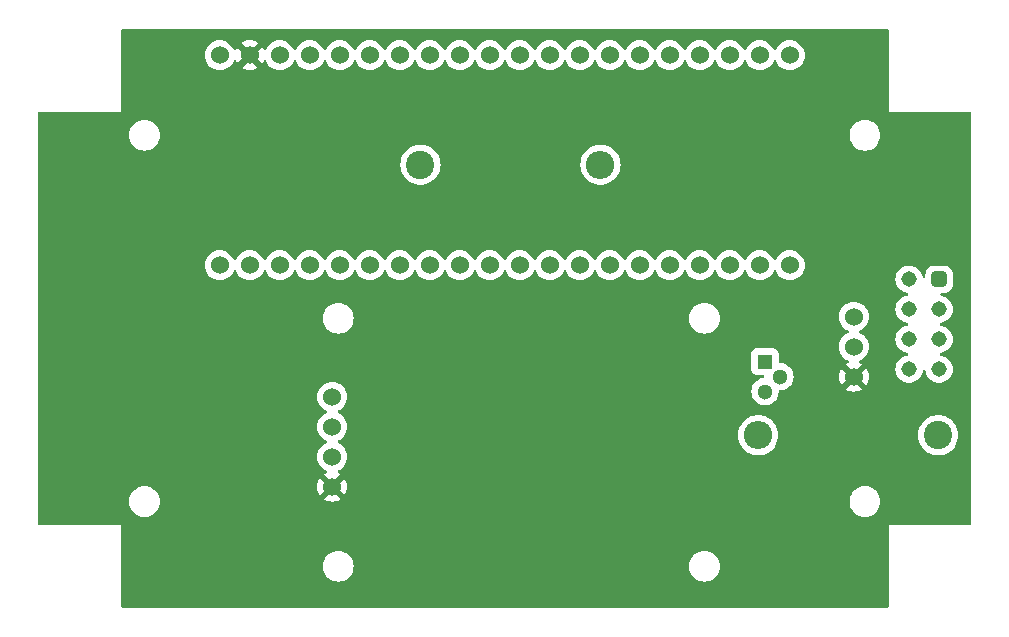
<source format=gbr>
%TF.GenerationSoftware,KiCad,Pcbnew,7.0.5*%
%TF.CreationDate,2024-02-27T08:06:29+01:00*%
%TF.ProjectId,Zeitmessung,5a656974-6d65-4737-9375-6e672e6b6963,rev?*%
%TF.SameCoordinates,Original*%
%TF.FileFunction,Copper,L3,Inr*%
%TF.FilePolarity,Positive*%
%FSLAX46Y46*%
G04 Gerber Fmt 4.6, Leading zero omitted, Abs format (unit mm)*
G04 Created by KiCad (PCBNEW 7.0.5) date 2024-02-27 08:06:29*
%MOMM*%
%LPD*%
G01*
G04 APERTURE LIST*
G04 Aperture macros list*
%AMRoundRect*
0 Rectangle with rounded corners*
0 $1 Rounding radius*
0 $2 $3 $4 $5 $6 $7 $8 $9 X,Y pos of 4 corners*
0 Add a 4 corners polygon primitive as box body*
4,1,4,$2,$3,$4,$5,$6,$7,$8,$9,$2,$3,0*
0 Add four circle primitives for the rounded corners*
1,1,$1+$1,$2,$3*
1,1,$1+$1,$4,$5*
1,1,$1+$1,$6,$7*
1,1,$1+$1,$8,$9*
0 Add four rect primitives between the rounded corners*
20,1,$1+$1,$2,$3,$4,$5,0*
20,1,$1+$1,$4,$5,$6,$7,0*
20,1,$1+$1,$6,$7,$8,$9,0*
20,1,$1+$1,$8,$9,$2,$3,0*%
G04 Aperture macros list end*
%TA.AperFunction,ComponentPad*%
%ADD10C,1.524000*%
%TD*%
%TA.AperFunction,ComponentPad*%
%ADD11C,2.400000*%
%TD*%
%TA.AperFunction,ComponentPad*%
%ADD12O,2.400000X2.400000*%
%TD*%
%TA.AperFunction,ComponentPad*%
%ADD13R,1.300000X1.300000*%
%TD*%
%TA.AperFunction,ComponentPad*%
%ADD14C,1.300000*%
%TD*%
%TA.AperFunction,ComponentPad*%
%ADD15RoundRect,0.250000X-0.405000X0.405000X-0.405000X-0.405000X0.405000X-0.405000X0.405000X0.405000X0*%
%TD*%
%TA.AperFunction,ComponentPad*%
%ADD16C,1.310000*%
%TD*%
G04 APERTURE END LIST*
D10*
%TO.N,+5V*%
%TO.C,U2*%
X110890000Y-72760000D03*
%TO.N,Net-(U1-GP2)*%
X110890000Y-70220000D03*
%TO.N,Net-(U1-GP3)*%
X110890000Y-67680000D03*
%TO.N,GND*%
X110890000Y-65140000D03*
%TD*%
D11*
%TO.N,Net-(U1-3V3(OUT))*%
%TO.C,R1*%
X118360000Y-45500000D03*
D12*
%TO.N,Net-(Q1-C)*%
X133600000Y-45500000D03*
%TD*%
D13*
%TO.N,Net-(Q1-C)*%
%TO.C,Q1*%
X147530000Y-62160000D03*
D14*
%TO.N,Net-(Q1-B)*%
X148800000Y-63430000D03*
%TO.N,GND*%
X147530000Y-64700000D03*
%TD*%
D15*
%TO.N,GND*%
%TO.C,J1*%
X162270000Y-55190000D03*
D16*
%TO.N,+24V*%
X159730000Y-55190000D03*
%TO.N,GND*%
X162270000Y-57730000D03*
%TO.N,+24V*%
X159730000Y-57730000D03*
%TO.N,unconnected-(J1-Pin_5-Pad5)*%
X162270000Y-60270000D03*
%TO.N,Net-(J1-Pin_6)*%
X159730000Y-60270000D03*
%TO.N,unconnected-(J1-Pin_7-Pad7)*%
X162270000Y-62810000D03*
%TO.N,unconnected-(J1-Pin_8-Pad8)*%
X159730000Y-62810000D03*
%TD*%
D10*
%TO.N,+24V*%
%TO.C,U3*%
X155060000Y-58360000D03*
%TO.N,GND*%
X155060000Y-60900000D03*
%TO.N,+5V*%
X155060000Y-63440000D03*
%TD*%
%TO.N,Net-(U1-GP2)*%
%TO.C,U1*%
X101380000Y-54000000D03*
%TO.N,Net-(U1-GP3)*%
X103920000Y-54000000D03*
%TO.N,GND*%
X106460000Y-54000000D03*
%TO.N,unconnected-(U1-GP4-Pad4)*%
X109000000Y-54000000D03*
%TO.N,unconnected-(U1-GP5-Pad5)*%
X111540000Y-54000000D03*
%TO.N,unconnected-(U1-GP43-Pad6)*%
X114080000Y-54000000D03*
%TO.N,unconnected-(U1-GP44-Pad7)*%
X116620000Y-54000000D03*
%TO.N,GND*%
X119160000Y-54000000D03*
%TO.N,unconnected-(U1-GP14-Pad9)*%
X121700000Y-54000000D03*
%TO.N,unconnected-(U1-GP15-Pad10)*%
X124240000Y-54000000D03*
%TO.N,unconnected-(U1-GP16-Pad11)*%
X126780000Y-54000000D03*
%TO.N,unconnected-(U1-GP17-Pad12)*%
X129320000Y-54000000D03*
%TO.N,GND*%
X131860000Y-54000000D03*
%TO.N,unconnected-(U1-GP10-Pad14)*%
X134400000Y-54000000D03*
%TO.N,Net-(Q1-C)*%
X136940000Y-54000000D03*
%TO.N,unconnected-(U1-GP12-Pad16)*%
X139480000Y-54000000D03*
%TO.N,unconnected-(U1-GP13-Pad17)*%
X142020000Y-54000000D03*
%TO.N,GND*%
X144560000Y-54000000D03*
%TO.N,unconnected-(U1-GP34-Pad19)*%
X147100000Y-54000000D03*
%TO.N,unconnected-(U1-GP35-Pad20)*%
X149640000Y-54000000D03*
%TO.N,unconnected-(U1-GP36-Pad21)*%
X149640000Y-36220000D03*
%TO.N,unconnected-(U1-GP37-Pad22)*%
X147100000Y-36220000D03*
%TO.N,GND*%
X144560000Y-36220000D03*
%TO.N,unconnected-(U1-GP38-Pad24)*%
X142020000Y-36220000D03*
%TO.N,unconnected-(U1-GP39-Pad25)*%
X139480000Y-36220000D03*
%TO.N,unconnected-(U1-GP40-Pad26)*%
X136940000Y-36220000D03*
%TO.N,unconnected-(U1-GP41-Pad27)*%
X134400000Y-36220000D03*
%TO.N,GND*%
X131860000Y-36220000D03*
%TO.N,unconnected-(U1-GP42-Pad29)*%
X129320000Y-36220000D03*
%TO.N,unconnected-(U1-RUN-Pad30)*%
X126780000Y-36220000D03*
%TO.N,unconnected-(U1-GP6-Pad31)*%
X124240000Y-36220000D03*
%TO.N,unconnected-(U1-GP7-Pad32)*%
X121700000Y-36220000D03*
%TO.N,GND*%
X119160000Y-36220000D03*
%TO.N,unconnected-(U1-GP8-Pad34)*%
X116620000Y-36220000D03*
%TO.N,unconnected-(U1-Pad35)*%
X114080000Y-36220000D03*
%TO.N,Net-(U1-3V3(OUT))*%
X111540000Y-36220000D03*
%TO.N,unconnected-(U1-3V3_EN-Pad37)*%
X109000000Y-36220000D03*
%TO.N,GND*%
X106460000Y-36220000D03*
%TO.N,+5V*%
X103920000Y-36220000D03*
%TO.N,unconnected-(U1-VBUS-Pad40)*%
X101380000Y-36220000D03*
%TD*%
D11*
%TO.N,Net-(J1-Pin_6)*%
%TO.C,R2*%
X162200000Y-68400000D03*
D12*
%TO.N,Net-(Q1-B)*%
X146960000Y-68400000D03*
%TD*%
%TA.AperFunction,Conductor*%
%TO.N,+5V*%
G36*
X157943039Y-34019685D02*
G01*
X157988794Y-34072489D01*
X158000000Y-34123999D01*
X158000000Y-41000000D01*
X164876000Y-41000000D01*
X164943039Y-41019685D01*
X164988794Y-41072489D01*
X165000000Y-41124000D01*
X165000000Y-75876000D01*
X164980315Y-75943039D01*
X164927511Y-75988794D01*
X164876000Y-76000000D01*
X158000000Y-76000000D01*
X158000000Y-82876000D01*
X157980315Y-82943039D01*
X157927511Y-82988794D01*
X157876000Y-83000000D01*
X93124000Y-83000000D01*
X93056961Y-82980315D01*
X93011206Y-82927511D01*
X93000000Y-82876000D01*
X93000000Y-79500001D01*
X110094532Y-79500001D01*
X110114364Y-79726686D01*
X110114366Y-79726697D01*
X110173258Y-79946488D01*
X110173261Y-79946497D01*
X110269431Y-80152732D01*
X110269432Y-80152734D01*
X110399954Y-80339141D01*
X110560858Y-80500045D01*
X110560861Y-80500047D01*
X110747266Y-80630568D01*
X110953504Y-80726739D01*
X111173308Y-80785635D01*
X111343214Y-80800499D01*
X111343215Y-80800500D01*
X111343216Y-80800500D01*
X111456785Y-80800500D01*
X111456785Y-80800499D01*
X111626692Y-80785635D01*
X111846496Y-80726739D01*
X112052734Y-80630568D01*
X112239139Y-80500047D01*
X112400047Y-80339139D01*
X112530568Y-80152734D01*
X112626739Y-79946496D01*
X112685635Y-79726692D01*
X112705468Y-79500001D01*
X141094532Y-79500001D01*
X141114364Y-79726686D01*
X141114366Y-79726697D01*
X141173258Y-79946488D01*
X141173261Y-79946497D01*
X141269431Y-80152732D01*
X141269432Y-80152734D01*
X141399954Y-80339141D01*
X141560858Y-80500045D01*
X141560861Y-80500047D01*
X141747266Y-80630568D01*
X141953504Y-80726739D01*
X142173308Y-80785635D01*
X142343214Y-80800499D01*
X142343215Y-80800500D01*
X142343216Y-80800500D01*
X142456785Y-80800500D01*
X142456785Y-80800499D01*
X142626692Y-80785635D01*
X142846496Y-80726739D01*
X143052734Y-80630568D01*
X143239139Y-80500047D01*
X143400047Y-80339139D01*
X143530568Y-80152734D01*
X143626739Y-79946496D01*
X143685635Y-79726692D01*
X143705468Y-79500000D01*
X143685635Y-79273308D01*
X143626739Y-79053504D01*
X143530568Y-78847266D01*
X143400047Y-78660861D01*
X143400045Y-78660858D01*
X143239141Y-78499954D01*
X143052734Y-78369432D01*
X143052732Y-78369431D01*
X142846497Y-78273261D01*
X142846488Y-78273258D01*
X142626697Y-78214366D01*
X142626687Y-78214364D01*
X142456785Y-78199500D01*
X142456784Y-78199500D01*
X142343216Y-78199500D01*
X142343215Y-78199500D01*
X142173312Y-78214364D01*
X142173302Y-78214366D01*
X141953511Y-78273258D01*
X141953502Y-78273261D01*
X141747267Y-78369431D01*
X141747265Y-78369432D01*
X141560858Y-78499954D01*
X141399954Y-78660858D01*
X141269432Y-78847265D01*
X141269431Y-78847267D01*
X141173261Y-79053502D01*
X141173258Y-79053511D01*
X141114366Y-79273302D01*
X141114364Y-79273313D01*
X141094532Y-79499998D01*
X141094532Y-79500001D01*
X112705468Y-79500001D01*
X112705468Y-79500000D01*
X112685635Y-79273308D01*
X112626739Y-79053504D01*
X112530568Y-78847266D01*
X112400047Y-78660861D01*
X112400045Y-78660858D01*
X112239141Y-78499954D01*
X112052734Y-78369432D01*
X112052732Y-78369431D01*
X111846497Y-78273261D01*
X111846488Y-78273258D01*
X111626697Y-78214366D01*
X111626687Y-78214364D01*
X111456785Y-78199500D01*
X111456784Y-78199500D01*
X111343216Y-78199500D01*
X111343215Y-78199500D01*
X111173312Y-78214364D01*
X111173302Y-78214366D01*
X110953511Y-78273258D01*
X110953502Y-78273261D01*
X110747267Y-78369431D01*
X110747265Y-78369432D01*
X110560858Y-78499954D01*
X110399954Y-78660858D01*
X110269432Y-78847265D01*
X110269431Y-78847267D01*
X110173261Y-79053502D01*
X110173258Y-79053511D01*
X110114366Y-79273302D01*
X110114364Y-79273313D01*
X110094532Y-79499998D01*
X110094532Y-79500001D01*
X93000000Y-79500001D01*
X93000000Y-76000000D01*
X86124000Y-76000000D01*
X86056961Y-75980315D01*
X86011206Y-75927511D01*
X86000000Y-75876000D01*
X86000000Y-74000001D01*
X93694532Y-74000001D01*
X93714364Y-74226686D01*
X93714366Y-74226697D01*
X93773258Y-74446488D01*
X93773261Y-74446497D01*
X93869431Y-74652732D01*
X93869432Y-74652734D01*
X93999954Y-74839141D01*
X94160858Y-75000045D01*
X94160861Y-75000047D01*
X94347266Y-75130568D01*
X94553504Y-75226739D01*
X94773308Y-75285635D01*
X94943214Y-75300499D01*
X94943215Y-75300500D01*
X94943216Y-75300500D01*
X95056785Y-75300500D01*
X95056785Y-75300499D01*
X95226692Y-75285635D01*
X95446496Y-75226739D01*
X95652734Y-75130568D01*
X95839139Y-75000047D01*
X96000047Y-74839139D01*
X96130568Y-74652734D01*
X96226739Y-74446496D01*
X96285635Y-74226692D01*
X96304805Y-74007575D01*
X96305468Y-74000001D01*
X96305468Y-73999998D01*
X96292965Y-73857093D01*
X96285635Y-73773308D01*
X96226739Y-73553504D01*
X96130568Y-73347266D01*
X96000047Y-73160861D01*
X96000045Y-73160858D01*
X95839141Y-72999954D01*
X95652734Y-72869432D01*
X95652732Y-72869431D01*
X95446497Y-72773261D01*
X95446488Y-72773258D01*
X95226697Y-72714366D01*
X95226687Y-72714364D01*
X95056785Y-72699500D01*
X95056784Y-72699500D01*
X94943216Y-72699500D01*
X94943215Y-72699500D01*
X94773312Y-72714364D01*
X94773302Y-72714366D01*
X94553511Y-72773258D01*
X94553502Y-72773261D01*
X94347267Y-72869431D01*
X94347265Y-72869432D01*
X94160858Y-72999954D01*
X93999954Y-73160858D01*
X93869432Y-73347265D01*
X93869431Y-73347267D01*
X93773261Y-73553502D01*
X93773258Y-73553511D01*
X93714366Y-73773302D01*
X93714364Y-73773313D01*
X93694532Y-73999998D01*
X93694532Y-74000001D01*
X86000000Y-74000001D01*
X86000000Y-70220002D01*
X109622677Y-70220002D01*
X109641929Y-70440062D01*
X109641930Y-70440070D01*
X109699104Y-70653445D01*
X109699105Y-70653447D01*
X109699106Y-70653450D01*
X109792465Y-70853662D01*
X109792466Y-70853662D01*
X109792468Y-70853666D01*
X109919170Y-71034615D01*
X109919175Y-71034621D01*
X110075378Y-71190824D01*
X110075384Y-71190829D01*
X110256333Y-71317531D01*
X110256335Y-71317532D01*
X110256338Y-71317534D01*
X110385781Y-71377894D01*
X110438220Y-71424066D01*
X110457372Y-71491260D01*
X110437156Y-71558141D01*
X110385781Y-71602658D01*
X110256586Y-71662903D01*
X110191812Y-71708257D01*
X110191811Y-71708258D01*
X110862554Y-72379000D01*
X110858431Y-72379000D01*
X110764579Y-72394661D01*
X110652749Y-72455180D01*
X110566629Y-72548731D01*
X110515552Y-72665177D01*
X110509894Y-72733447D01*
X109838258Y-72061811D01*
X109838257Y-72061812D01*
X109792903Y-72126586D01*
X109699579Y-72326720D01*
X109699575Y-72326729D01*
X109642426Y-72540013D01*
X109642424Y-72540023D01*
X109623179Y-72759999D01*
X109623179Y-72760000D01*
X109642424Y-72979976D01*
X109642426Y-72979986D01*
X109699575Y-73193270D01*
X109699580Y-73193284D01*
X109792899Y-73393407D01*
X109792900Y-73393409D01*
X109838258Y-73458187D01*
X110505096Y-72791349D01*
X110505051Y-72791898D01*
X110536266Y-72915162D01*
X110605813Y-73021612D01*
X110706157Y-73099713D01*
X110826422Y-73141000D01*
X110862553Y-73141000D01*
X110191811Y-73811741D01*
X110256582Y-73857094D01*
X110256592Y-73857100D01*
X110456715Y-73950419D01*
X110456729Y-73950424D01*
X110670013Y-74007573D01*
X110670023Y-74007575D01*
X110889999Y-74026821D01*
X110890001Y-74026821D01*
X111109976Y-74007575D01*
X111109986Y-74007573D01*
X111138245Y-74000001D01*
X154694532Y-74000001D01*
X154714364Y-74226686D01*
X154714366Y-74226697D01*
X154773258Y-74446488D01*
X154773261Y-74446497D01*
X154869431Y-74652732D01*
X154869432Y-74652734D01*
X154999954Y-74839141D01*
X155160858Y-75000045D01*
X155160861Y-75000047D01*
X155347266Y-75130568D01*
X155553504Y-75226739D01*
X155773308Y-75285635D01*
X155943214Y-75300499D01*
X155943215Y-75300500D01*
X155943216Y-75300500D01*
X156056785Y-75300500D01*
X156056785Y-75300499D01*
X156226692Y-75285635D01*
X156446496Y-75226739D01*
X156652734Y-75130568D01*
X156839139Y-75000047D01*
X157000047Y-74839139D01*
X157130568Y-74652734D01*
X157226739Y-74446496D01*
X157285635Y-74226692D01*
X157304805Y-74007575D01*
X157305468Y-74000001D01*
X157305468Y-73999998D01*
X157292965Y-73857093D01*
X157285635Y-73773308D01*
X157226739Y-73553504D01*
X157130568Y-73347266D01*
X157000047Y-73160861D01*
X157000045Y-73160858D01*
X156839141Y-72999954D01*
X156652734Y-72869432D01*
X156652732Y-72869431D01*
X156446497Y-72773261D01*
X156446488Y-72773258D01*
X156226697Y-72714366D01*
X156226687Y-72714364D01*
X156056785Y-72699500D01*
X156056784Y-72699500D01*
X155943216Y-72699500D01*
X155943215Y-72699500D01*
X155773312Y-72714364D01*
X155773302Y-72714366D01*
X155553511Y-72773258D01*
X155553502Y-72773261D01*
X155347267Y-72869431D01*
X155347265Y-72869432D01*
X155160858Y-72999954D01*
X154999954Y-73160858D01*
X154869432Y-73347265D01*
X154869431Y-73347267D01*
X154773261Y-73553502D01*
X154773258Y-73553511D01*
X154714366Y-73773302D01*
X154714364Y-73773313D01*
X154694532Y-73999998D01*
X154694532Y-74000001D01*
X111138245Y-74000001D01*
X111323270Y-73950424D01*
X111323284Y-73950419D01*
X111523408Y-73857100D01*
X111523420Y-73857093D01*
X111588186Y-73811742D01*
X111588187Y-73811740D01*
X110917448Y-73141000D01*
X110921569Y-73141000D01*
X111015421Y-73125339D01*
X111127251Y-73064820D01*
X111213371Y-72971269D01*
X111264448Y-72854823D01*
X111270105Y-72786552D01*
X111941740Y-73458187D01*
X111941742Y-73458186D01*
X111987093Y-73393420D01*
X111987100Y-73393408D01*
X112080419Y-73193284D01*
X112080424Y-73193270D01*
X112137573Y-72979986D01*
X112137575Y-72979976D01*
X112156821Y-72760000D01*
X112156821Y-72759999D01*
X112137575Y-72540023D01*
X112137573Y-72540013D01*
X112080424Y-72326729D01*
X112080420Y-72326720D01*
X111987098Y-72126590D01*
X111941740Y-72061811D01*
X111274903Y-72728648D01*
X111274949Y-72728102D01*
X111243734Y-72604838D01*
X111174187Y-72498388D01*
X111073843Y-72420287D01*
X110953578Y-72379000D01*
X110917447Y-72379000D01*
X111588187Y-71708258D01*
X111523409Y-71662900D01*
X111523407Y-71662899D01*
X111394219Y-71602658D01*
X111341779Y-71556486D01*
X111322627Y-71489293D01*
X111342843Y-71422411D01*
X111394219Y-71377894D01*
X111523662Y-71317534D01*
X111704620Y-71190826D01*
X111860826Y-71034620D01*
X111987534Y-70853662D01*
X112080894Y-70653450D01*
X112138070Y-70440068D01*
X112157323Y-70220000D01*
X112138070Y-69999932D01*
X112080894Y-69786550D01*
X111987534Y-69586339D01*
X111860826Y-69405380D01*
X111704620Y-69249174D01*
X111704616Y-69249171D01*
X111704615Y-69249170D01*
X111523666Y-69122468D01*
X111523658Y-69122464D01*
X111394811Y-69062382D01*
X111342371Y-69016210D01*
X111323219Y-68949017D01*
X111343435Y-68882135D01*
X111394811Y-68837618D01*
X111400802Y-68834824D01*
X111523662Y-68777534D01*
X111704620Y-68650826D01*
X111860826Y-68494620D01*
X111927077Y-68400004D01*
X145254732Y-68400004D01*
X145273777Y-68654154D01*
X145325812Y-68882135D01*
X145330492Y-68902637D01*
X145423607Y-69139888D01*
X145551041Y-69360612D01*
X145709950Y-69559877D01*
X145896783Y-69733232D01*
X146107366Y-69876805D01*
X146107371Y-69876807D01*
X146107372Y-69876808D01*
X146107373Y-69876809D01*
X146229328Y-69935538D01*
X146336992Y-69987387D01*
X146336993Y-69987387D01*
X146336996Y-69987389D01*
X146580542Y-70062513D01*
X146832565Y-70100500D01*
X147087435Y-70100500D01*
X147339458Y-70062513D01*
X147583004Y-69987389D01*
X147812634Y-69876805D01*
X148023217Y-69733232D01*
X148210050Y-69559877D01*
X148368959Y-69360612D01*
X148496393Y-69139888D01*
X148589508Y-68902637D01*
X148646222Y-68654157D01*
X148665268Y-68400004D01*
X160494732Y-68400004D01*
X160513777Y-68654154D01*
X160565812Y-68882135D01*
X160570492Y-68902637D01*
X160663607Y-69139888D01*
X160791041Y-69360612D01*
X160949950Y-69559877D01*
X161136783Y-69733232D01*
X161347366Y-69876805D01*
X161347371Y-69876807D01*
X161347372Y-69876808D01*
X161347373Y-69876809D01*
X161469328Y-69935538D01*
X161576992Y-69987387D01*
X161576993Y-69987387D01*
X161576996Y-69987389D01*
X161820542Y-70062513D01*
X162072565Y-70100500D01*
X162327435Y-70100500D01*
X162579458Y-70062513D01*
X162823004Y-69987389D01*
X163052634Y-69876805D01*
X163263217Y-69733232D01*
X163450050Y-69559877D01*
X163608959Y-69360612D01*
X163736393Y-69139888D01*
X163829508Y-68902637D01*
X163886222Y-68654157D01*
X163905268Y-68400000D01*
X163898798Y-68313666D01*
X163886222Y-68145845D01*
X163878828Y-68113451D01*
X163829508Y-67897363D01*
X163736393Y-67660112D01*
X163608959Y-67439388D01*
X163450050Y-67240123D01*
X163263217Y-67066768D01*
X163052634Y-66923195D01*
X163052630Y-66923193D01*
X163052627Y-66923191D01*
X163052626Y-66923190D01*
X162823006Y-66812612D01*
X162823008Y-66812612D01*
X162579466Y-66737489D01*
X162579462Y-66737488D01*
X162579458Y-66737487D01*
X162458231Y-66719214D01*
X162327440Y-66699500D01*
X162327435Y-66699500D01*
X162072565Y-66699500D01*
X162072559Y-66699500D01*
X161915609Y-66723157D01*
X161820542Y-66737487D01*
X161820538Y-66737488D01*
X161820539Y-66737488D01*
X161820533Y-66737489D01*
X161576992Y-66812612D01*
X161347373Y-66923190D01*
X161347372Y-66923191D01*
X161136782Y-67066768D01*
X160949952Y-67240121D01*
X160949950Y-67240123D01*
X160791041Y-67439388D01*
X160663608Y-67660109D01*
X160570492Y-67897362D01*
X160570490Y-67897369D01*
X160513777Y-68145845D01*
X160494732Y-68399995D01*
X160494732Y-68400004D01*
X148665268Y-68400004D01*
X148665268Y-68400000D01*
X148658798Y-68313666D01*
X148646222Y-68145845D01*
X148638828Y-68113451D01*
X148589508Y-67897363D01*
X148496393Y-67660112D01*
X148368959Y-67439388D01*
X148210050Y-67240123D01*
X148023217Y-67066768D01*
X147812634Y-66923195D01*
X147812630Y-66923193D01*
X147812627Y-66923191D01*
X147812626Y-66923190D01*
X147583006Y-66812612D01*
X147583008Y-66812612D01*
X147339466Y-66737489D01*
X147339462Y-66737488D01*
X147339458Y-66737487D01*
X147218231Y-66719214D01*
X147087440Y-66699500D01*
X147087435Y-66699500D01*
X146832565Y-66699500D01*
X146832559Y-66699500D01*
X146675609Y-66723157D01*
X146580542Y-66737487D01*
X146580538Y-66737488D01*
X146580539Y-66737488D01*
X146580533Y-66737489D01*
X146336992Y-66812612D01*
X146107373Y-66923190D01*
X146107372Y-66923191D01*
X145896782Y-67066768D01*
X145709952Y-67240121D01*
X145709950Y-67240123D01*
X145551041Y-67439388D01*
X145423608Y-67660109D01*
X145330492Y-67897362D01*
X145330490Y-67897369D01*
X145273777Y-68145845D01*
X145254732Y-68399995D01*
X145254732Y-68400004D01*
X111927077Y-68400004D01*
X111987534Y-68313662D01*
X112080894Y-68113450D01*
X112138070Y-67900068D01*
X112157323Y-67680000D01*
X112138070Y-67459932D01*
X112080894Y-67246550D01*
X111987534Y-67046339D01*
X111901308Y-66923195D01*
X111860827Y-66865381D01*
X111808057Y-66812611D01*
X111704620Y-66709174D01*
X111704616Y-66709171D01*
X111704615Y-66709170D01*
X111523666Y-66582468D01*
X111523658Y-66582464D01*
X111394811Y-66522382D01*
X111342371Y-66476210D01*
X111323219Y-66409017D01*
X111343435Y-66342135D01*
X111394811Y-66297618D01*
X111400802Y-66294824D01*
X111523662Y-66237534D01*
X111704620Y-66110826D01*
X111860826Y-65954620D01*
X111987534Y-65773662D01*
X112080894Y-65573450D01*
X112138070Y-65360068D01*
X112157323Y-65140000D01*
X112138070Y-64919932D01*
X112080894Y-64706550D01*
X112077840Y-64700000D01*
X146374571Y-64700000D01*
X146394244Y-64912310D01*
X146452596Y-65117392D01*
X146452596Y-65117394D01*
X146547632Y-65308253D01*
X146586763Y-65360070D01*
X146676128Y-65478407D01*
X146833698Y-65622052D01*
X147014981Y-65734298D01*
X147213802Y-65811321D01*
X147423390Y-65850500D01*
X147423392Y-65850500D01*
X147636608Y-65850500D01*
X147636610Y-65850500D01*
X147846198Y-65811321D01*
X148045019Y-65734298D01*
X148226302Y-65622052D01*
X148383872Y-65478407D01*
X148512366Y-65308255D01*
X148512367Y-65308253D01*
X148607403Y-65117394D01*
X148607403Y-65117393D01*
X148607405Y-65117389D01*
X148665756Y-64912310D01*
X148685429Y-64700000D01*
X148685429Y-64699999D01*
X148685958Y-64694292D01*
X148688361Y-64694514D01*
X148705114Y-64637461D01*
X148757918Y-64591706D01*
X148809429Y-64580500D01*
X148906608Y-64580500D01*
X148906610Y-64580500D01*
X149116198Y-64541321D01*
X149315019Y-64464298D01*
X149496302Y-64352052D01*
X149653872Y-64208407D01*
X149782366Y-64038255D01*
X149782367Y-64038253D01*
X149877403Y-63847394D01*
X149877403Y-63847393D01*
X149877405Y-63847389D01*
X149935756Y-63642310D01*
X149955429Y-63430000D01*
X149935756Y-63217690D01*
X149877405Y-63012611D01*
X149877403Y-63012606D01*
X149877403Y-63012605D01*
X149782367Y-62821746D01*
X149653872Y-62651593D01*
X149593730Y-62596766D01*
X149496302Y-62507948D01*
X149315019Y-62395702D01*
X149315017Y-62395701D01*
X149178720Y-62342900D01*
X149116198Y-62318679D01*
X148906610Y-62279500D01*
X148804499Y-62279500D01*
X148737460Y-62259815D01*
X148691705Y-62207011D01*
X148680499Y-62155500D01*
X148680499Y-61870824D01*
X148680499Y-61462128D01*
X148674091Y-61402517D01*
X148639134Y-61308793D01*
X148623797Y-61267671D01*
X148623793Y-61267664D01*
X148537547Y-61152455D01*
X148537544Y-61152452D01*
X148422335Y-61066206D01*
X148422328Y-61066202D01*
X148287482Y-61015908D01*
X148287483Y-61015908D01*
X148227883Y-61009501D01*
X148227881Y-61009500D01*
X148227873Y-61009500D01*
X148227864Y-61009500D01*
X146832129Y-61009500D01*
X146832123Y-61009501D01*
X146772516Y-61015908D01*
X146637671Y-61066202D01*
X146637664Y-61066206D01*
X146522455Y-61152452D01*
X146522452Y-61152455D01*
X146436206Y-61267664D01*
X146436202Y-61267671D01*
X146385908Y-61402517D01*
X146379501Y-61462116D01*
X146379501Y-61462123D01*
X146379500Y-61462135D01*
X146379500Y-62857870D01*
X146379501Y-62857876D01*
X146385908Y-62917483D01*
X146436202Y-63052328D01*
X146436206Y-63052335D01*
X146522452Y-63167544D01*
X146522455Y-63167547D01*
X146637664Y-63253793D01*
X146637671Y-63253797D01*
X146772517Y-63304091D01*
X146772516Y-63304091D01*
X146779444Y-63304835D01*
X146832127Y-63310500D01*
X147363759Y-63310499D01*
X147430797Y-63330183D01*
X147476552Y-63382987D01*
X147486496Y-63452146D01*
X147457471Y-63515702D01*
X147398693Y-63553476D01*
X147386544Y-63556387D01*
X147213802Y-63588679D01*
X147213799Y-63588679D01*
X147213799Y-63588680D01*
X147014982Y-63665701D01*
X147014980Y-63665702D01*
X146833699Y-63777947D01*
X146676127Y-63921593D01*
X146547632Y-64091746D01*
X146452596Y-64282605D01*
X146452596Y-64282607D01*
X146394244Y-64487689D01*
X146374571Y-64699999D01*
X146374571Y-64700000D01*
X112077840Y-64700000D01*
X111987534Y-64506339D01*
X111860826Y-64325380D01*
X111704620Y-64169174D01*
X111704616Y-64169171D01*
X111704615Y-64169170D01*
X111523666Y-64042468D01*
X111523662Y-64042466D01*
X111514627Y-64038253D01*
X111323450Y-63949106D01*
X111323447Y-63949105D01*
X111323445Y-63949104D01*
X111110070Y-63891930D01*
X111110062Y-63891929D01*
X110890002Y-63872677D01*
X110889998Y-63872677D01*
X110669937Y-63891929D01*
X110669929Y-63891930D01*
X110456554Y-63949104D01*
X110456548Y-63949107D01*
X110256340Y-64042465D01*
X110256338Y-64042466D01*
X110075377Y-64169175D01*
X109919175Y-64325377D01*
X109792466Y-64506338D01*
X109792465Y-64506340D01*
X109734606Y-64630419D01*
X109704719Y-64694514D01*
X109699107Y-64706548D01*
X109699104Y-64706554D01*
X109641930Y-64919929D01*
X109641929Y-64919937D01*
X109622677Y-65139997D01*
X109622677Y-65140002D01*
X109641929Y-65360062D01*
X109641930Y-65360070D01*
X109699104Y-65573445D01*
X109699105Y-65573447D01*
X109699106Y-65573450D01*
X109774110Y-65734297D01*
X109792466Y-65773662D01*
X109792468Y-65773666D01*
X109919170Y-65954615D01*
X109919175Y-65954621D01*
X110075378Y-66110824D01*
X110075384Y-66110829D01*
X110256333Y-66237531D01*
X110256335Y-66237532D01*
X110256338Y-66237534D01*
X110375748Y-66293215D01*
X110385189Y-66297618D01*
X110437628Y-66343790D01*
X110456780Y-66410984D01*
X110436564Y-66477865D01*
X110385189Y-66522382D01*
X110256340Y-66582465D01*
X110256338Y-66582466D01*
X110075377Y-66709175D01*
X109919175Y-66865377D01*
X109792466Y-67046338D01*
X109792465Y-67046340D01*
X109699107Y-67246548D01*
X109699104Y-67246554D01*
X109641930Y-67459929D01*
X109641929Y-67459937D01*
X109622677Y-67679997D01*
X109622677Y-67680002D01*
X109641929Y-67900062D01*
X109641930Y-67900070D01*
X109699104Y-68113445D01*
X109699105Y-68113447D01*
X109699106Y-68113450D01*
X109714211Y-68145843D01*
X109792466Y-68313662D01*
X109792468Y-68313666D01*
X109919170Y-68494615D01*
X109919175Y-68494621D01*
X110075378Y-68650824D01*
X110075384Y-68650829D01*
X110256333Y-68777531D01*
X110256335Y-68777532D01*
X110256338Y-68777534D01*
X110375748Y-68833215D01*
X110385189Y-68837618D01*
X110437628Y-68883790D01*
X110456780Y-68950984D01*
X110436564Y-69017865D01*
X110385189Y-69062382D01*
X110256340Y-69122465D01*
X110256338Y-69122466D01*
X110075377Y-69249175D01*
X109919175Y-69405377D01*
X109792466Y-69586338D01*
X109792465Y-69586340D01*
X109699107Y-69786548D01*
X109699104Y-69786554D01*
X109641930Y-69999929D01*
X109641929Y-69999937D01*
X109622677Y-70219997D01*
X109622677Y-70220002D01*
X86000000Y-70220002D01*
X86000000Y-60900002D01*
X153792677Y-60900002D01*
X153811929Y-61120062D01*
X153811930Y-61120070D01*
X153869104Y-61333445D01*
X153869105Y-61333447D01*
X153869106Y-61333450D01*
X153920171Y-61442960D01*
X153962466Y-61533662D01*
X153962468Y-61533666D01*
X154089170Y-61714615D01*
X154089175Y-61714621D01*
X154245378Y-61870824D01*
X154245384Y-61870829D01*
X154426333Y-61997531D01*
X154426335Y-61997532D01*
X154426338Y-61997534D01*
X154555781Y-62057894D01*
X154608220Y-62104066D01*
X154627372Y-62171260D01*
X154607156Y-62238141D01*
X154555781Y-62282658D01*
X154426586Y-62342903D01*
X154361812Y-62388257D01*
X154361811Y-62388258D01*
X155032554Y-63059000D01*
X155028431Y-63059000D01*
X154934579Y-63074661D01*
X154822749Y-63135180D01*
X154736629Y-63228731D01*
X154685552Y-63345177D01*
X154679894Y-63413447D01*
X154008258Y-62741811D01*
X154008257Y-62741812D01*
X153962903Y-62806586D01*
X153869579Y-63006720D01*
X153869575Y-63006729D01*
X153812426Y-63220013D01*
X153812424Y-63220023D01*
X153793179Y-63439999D01*
X153793179Y-63440000D01*
X153812424Y-63659976D01*
X153812426Y-63659986D01*
X153869575Y-63873270D01*
X153869580Y-63873284D01*
X153962899Y-64073407D01*
X153962900Y-64073409D01*
X154008258Y-64138187D01*
X154675096Y-63471349D01*
X154675051Y-63471898D01*
X154706266Y-63595162D01*
X154775813Y-63701612D01*
X154876157Y-63779713D01*
X154996422Y-63821000D01*
X155032553Y-63821000D01*
X154361811Y-64491741D01*
X154426582Y-64537094D01*
X154426592Y-64537100D01*
X154626715Y-64630419D01*
X154626729Y-64630424D01*
X154840013Y-64687573D01*
X154840023Y-64687575D01*
X155059999Y-64706821D01*
X155060001Y-64706821D01*
X155279976Y-64687575D01*
X155279986Y-64687573D01*
X155493270Y-64630424D01*
X155493284Y-64630419D01*
X155693408Y-64537100D01*
X155693420Y-64537093D01*
X155758186Y-64491742D01*
X155758187Y-64491740D01*
X155087448Y-63821000D01*
X155091569Y-63821000D01*
X155185421Y-63805339D01*
X155297251Y-63744820D01*
X155383371Y-63651269D01*
X155434448Y-63534823D01*
X155440105Y-63466552D01*
X156111740Y-64138187D01*
X156111742Y-64138186D01*
X156157093Y-64073420D01*
X156157100Y-64073408D01*
X156250419Y-63873284D01*
X156250424Y-63873270D01*
X156307573Y-63659986D01*
X156307575Y-63659976D01*
X156326821Y-63440000D01*
X156326821Y-63439999D01*
X156307575Y-63220023D01*
X156307573Y-63220013D01*
X156250424Y-63006729D01*
X156250420Y-63006720D01*
X156158688Y-62810000D01*
X158569550Y-62810000D01*
X158589308Y-63023231D01*
X158589309Y-63023233D01*
X158647911Y-63229198D01*
X158647917Y-63229213D01*
X158736994Y-63408102D01*
X158743366Y-63420898D01*
X158870068Y-63588680D01*
X158872419Y-63591792D01*
X158872422Y-63591795D01*
X159030672Y-63736058D01*
X159030674Y-63736060D01*
X159212739Y-63848790D01*
X159212745Y-63848793D01*
X159235228Y-63857502D01*
X159412428Y-63926151D01*
X159622927Y-63965500D01*
X159622929Y-63965500D01*
X159837071Y-63965500D01*
X159837073Y-63965500D01*
X160047572Y-63926151D01*
X160247257Y-63848792D01*
X160429327Y-63736059D01*
X160587583Y-63591790D01*
X160716634Y-63420898D01*
X160812087Y-63229203D01*
X160870691Y-63023232D01*
X160876529Y-62960229D01*
X160902315Y-62895293D01*
X160959116Y-62854605D01*
X161028897Y-62851085D01*
X161089503Y-62885850D01*
X161121693Y-62947863D01*
X161123471Y-62960230D01*
X161129308Y-63023231D01*
X161129309Y-63023233D01*
X161187911Y-63229198D01*
X161187917Y-63229213D01*
X161276994Y-63408102D01*
X161283366Y-63420898D01*
X161410068Y-63588680D01*
X161412419Y-63591792D01*
X161412422Y-63591795D01*
X161570672Y-63736058D01*
X161570674Y-63736060D01*
X161752739Y-63848790D01*
X161752745Y-63848793D01*
X161775228Y-63857502D01*
X161952428Y-63926151D01*
X162162927Y-63965500D01*
X162162929Y-63965500D01*
X162377071Y-63965500D01*
X162377073Y-63965500D01*
X162587572Y-63926151D01*
X162787257Y-63848792D01*
X162969327Y-63736059D01*
X163127583Y-63591790D01*
X163256634Y-63420898D01*
X163352087Y-63229203D01*
X163410691Y-63023232D01*
X163430450Y-62810000D01*
X163410691Y-62596768D01*
X163352087Y-62390797D01*
X163350822Y-62388257D01*
X163297867Y-62281909D01*
X163256634Y-62199102D01*
X163127583Y-62028210D01*
X163127580Y-62028207D01*
X163127577Y-62028204D01*
X162969327Y-61883941D01*
X162969325Y-61883939D01*
X162787260Y-61771209D01*
X162787254Y-61771206D01*
X162703607Y-61738801D01*
X162587572Y-61693849D01*
X162416596Y-61661888D01*
X162354317Y-61630221D01*
X162319044Y-61569908D01*
X162321978Y-61500100D01*
X162362187Y-61442960D01*
X162416596Y-61418111D01*
X162587572Y-61386151D01*
X162787257Y-61308792D01*
X162969327Y-61196059D01*
X163127583Y-61051790D01*
X163256634Y-60880898D01*
X163352087Y-60689203D01*
X163410691Y-60483232D01*
X163430450Y-60270000D01*
X163410691Y-60056768D01*
X163352087Y-59850797D01*
X163328020Y-59802465D01*
X163281533Y-59709106D01*
X163256634Y-59659102D01*
X163127583Y-59488210D01*
X163127580Y-59488207D01*
X163127577Y-59488204D01*
X162969327Y-59343941D01*
X162969325Y-59343939D01*
X162787260Y-59231209D01*
X162787254Y-59231206D01*
X162703607Y-59198801D01*
X162587572Y-59153849D01*
X162416596Y-59121888D01*
X162354317Y-59090221D01*
X162319044Y-59029908D01*
X162321978Y-58960100D01*
X162362187Y-58902960D01*
X162416596Y-58878111D01*
X162587572Y-58846151D01*
X162787257Y-58768792D01*
X162969327Y-58656059D01*
X163127583Y-58511790D01*
X163256634Y-58340898D01*
X163352087Y-58149203D01*
X163410691Y-57943232D01*
X163430450Y-57730000D01*
X163410691Y-57516768D01*
X163352087Y-57310797D01*
X163333396Y-57273261D01*
X163304069Y-57214364D01*
X163256634Y-57119102D01*
X163127583Y-56948210D01*
X163127580Y-56948207D01*
X163127577Y-56948204D01*
X162969327Y-56803941D01*
X162969325Y-56803939D01*
X162787260Y-56691209D01*
X162787254Y-56691206D01*
X162703607Y-56658801D01*
X162587572Y-56613849D01*
X162467412Y-56591387D01*
X162405133Y-56559720D01*
X162369860Y-56499407D01*
X162372794Y-56429599D01*
X162413003Y-56372459D01*
X162477721Y-56346128D01*
X162490193Y-56345499D01*
X162725008Y-56345499D01*
X162725016Y-56345498D01*
X162725019Y-56345498D01*
X162797332Y-56338111D01*
X162827797Y-56334999D01*
X162994334Y-56279814D01*
X163143656Y-56187712D01*
X163267712Y-56063656D01*
X163359814Y-55914334D01*
X163414999Y-55747797D01*
X163425500Y-55645009D01*
X163425499Y-54734992D01*
X163414999Y-54632203D01*
X163359814Y-54465666D01*
X163267712Y-54316344D01*
X163143656Y-54192288D01*
X162994334Y-54100186D01*
X162827797Y-54045001D01*
X162827795Y-54045000D01*
X162725010Y-54034500D01*
X161814998Y-54034500D01*
X161814980Y-54034501D01*
X161712203Y-54045000D01*
X161712200Y-54045001D01*
X161545668Y-54100185D01*
X161545663Y-54100187D01*
X161396342Y-54192289D01*
X161272289Y-54316342D01*
X161180187Y-54465663D01*
X161180185Y-54465668D01*
X161152349Y-54549670D01*
X161125001Y-54632203D01*
X161125001Y-54632204D01*
X161125000Y-54632204D01*
X161114500Y-54734983D01*
X161114500Y-54944742D01*
X161094815Y-55011781D01*
X161042011Y-55057536D01*
X160972853Y-55067480D01*
X160909297Y-55038455D01*
X160871523Y-54979677D01*
X160871234Y-54978676D01*
X160812088Y-54770801D01*
X160812087Y-54770797D01*
X160794252Y-54734980D01*
X160765560Y-54677360D01*
X160716634Y-54579102D01*
X160587583Y-54408210D01*
X160587580Y-54408207D01*
X160587577Y-54408204D01*
X160429327Y-54263941D01*
X160429325Y-54263939D01*
X160247260Y-54151209D01*
X160247254Y-54151206D01*
X160163607Y-54118801D01*
X160047572Y-54073849D01*
X159837073Y-54034500D01*
X159622927Y-54034500D01*
X159412428Y-54073849D01*
X159364457Y-54092433D01*
X159212745Y-54151206D01*
X159212739Y-54151209D01*
X159030674Y-54263939D01*
X159030672Y-54263941D01*
X158872422Y-54408204D01*
X158872419Y-54408207D01*
X158743366Y-54579101D01*
X158647917Y-54770786D01*
X158647911Y-54770801D01*
X158589309Y-54976766D01*
X158589308Y-54976768D01*
X158569550Y-55189999D01*
X158569550Y-55190000D01*
X158589308Y-55403231D01*
X158589309Y-55403233D01*
X158647911Y-55609198D01*
X158647917Y-55609213D01*
X158716924Y-55747795D01*
X158743366Y-55800898D01*
X158829028Y-55914334D01*
X158872419Y-55971792D01*
X158872422Y-55971795D01*
X159030672Y-56116058D01*
X159030674Y-56116060D01*
X159212739Y-56228790D01*
X159212745Y-56228793D01*
X159235228Y-56237502D01*
X159412428Y-56306151D01*
X159583402Y-56338111D01*
X159645682Y-56369779D01*
X159680955Y-56430092D01*
X159678021Y-56499900D01*
X159637812Y-56557040D01*
X159583402Y-56581888D01*
X159412428Y-56613849D01*
X159364457Y-56632433D01*
X159212745Y-56691206D01*
X159212739Y-56691209D01*
X159030674Y-56803939D01*
X159030672Y-56803941D01*
X158872422Y-56948204D01*
X158872419Y-56948207D01*
X158743366Y-57119101D01*
X158647917Y-57310786D01*
X158647911Y-57310801D01*
X158589309Y-57516766D01*
X158589308Y-57516768D01*
X158569550Y-57729999D01*
X158569550Y-57730000D01*
X158589308Y-57943231D01*
X158589309Y-57943233D01*
X158647911Y-58149198D01*
X158647917Y-58149213D01*
X158743366Y-58340898D01*
X158863514Y-58500001D01*
X158872419Y-58511792D01*
X158872422Y-58511795D01*
X159030672Y-58656058D01*
X159030674Y-58656060D01*
X159212739Y-58768790D01*
X159212745Y-58768793D01*
X159235228Y-58777502D01*
X159412428Y-58846151D01*
X159583402Y-58878111D01*
X159645682Y-58909779D01*
X159680955Y-58970092D01*
X159678021Y-59039900D01*
X159637812Y-59097040D01*
X159583402Y-59121888D01*
X159412428Y-59153849D01*
X159364457Y-59172433D01*
X159212745Y-59231206D01*
X159212739Y-59231209D01*
X159030674Y-59343939D01*
X159030672Y-59343941D01*
X158872422Y-59488204D01*
X158872419Y-59488207D01*
X158743366Y-59659101D01*
X158647917Y-59850786D01*
X158647911Y-59850801D01*
X158589309Y-60056766D01*
X158589308Y-60056768D01*
X158569550Y-60269999D01*
X158569550Y-60270000D01*
X158589308Y-60483231D01*
X158589309Y-60483233D01*
X158647911Y-60689198D01*
X158647917Y-60689213D01*
X158743366Y-60880898D01*
X158845320Y-61015908D01*
X158872419Y-61051792D01*
X158872422Y-61051795D01*
X159030672Y-61196058D01*
X159030674Y-61196060D01*
X159212739Y-61308790D01*
X159212745Y-61308793D01*
X159235228Y-61317502D01*
X159412428Y-61386151D01*
X159583402Y-61418111D01*
X159645682Y-61449779D01*
X159680955Y-61510092D01*
X159678021Y-61579900D01*
X159637812Y-61637040D01*
X159583402Y-61661888D01*
X159412428Y-61693849D01*
X159364457Y-61712433D01*
X159212745Y-61771206D01*
X159212739Y-61771209D01*
X159030674Y-61883939D01*
X159030672Y-61883941D01*
X158872422Y-62028204D01*
X158872419Y-62028207D01*
X158743366Y-62199101D01*
X158647917Y-62390786D01*
X158647911Y-62390801D01*
X158589309Y-62596766D01*
X158589308Y-62596768D01*
X158569550Y-62809999D01*
X158569550Y-62810000D01*
X156158688Y-62810000D01*
X156157098Y-62806590D01*
X156111740Y-62741811D01*
X155444903Y-63408648D01*
X155444949Y-63408102D01*
X155413734Y-63284838D01*
X155344187Y-63178388D01*
X155243843Y-63100287D01*
X155123578Y-63059000D01*
X155087447Y-63059000D01*
X155758187Y-62388258D01*
X155693409Y-62342900D01*
X155693407Y-62342899D01*
X155564219Y-62282658D01*
X155511779Y-62236486D01*
X155492627Y-62169293D01*
X155512843Y-62102411D01*
X155564219Y-62057894D01*
X155693662Y-61997534D01*
X155874620Y-61870826D01*
X156030826Y-61714620D01*
X156157534Y-61533662D01*
X156250894Y-61333450D01*
X156308070Y-61120068D01*
X156327323Y-60900000D01*
X156308070Y-60679932D01*
X156250894Y-60466550D01*
X156157534Y-60266339D01*
X156030826Y-60085380D01*
X155874620Y-59929174D01*
X155874616Y-59929171D01*
X155874615Y-59929170D01*
X155693666Y-59802468D01*
X155693658Y-59802464D01*
X155564811Y-59742382D01*
X155512371Y-59696210D01*
X155493219Y-59629017D01*
X155513435Y-59562135D01*
X155564811Y-59517618D01*
X155602496Y-59500045D01*
X155693662Y-59457534D01*
X155874620Y-59330826D01*
X156030826Y-59174620D01*
X156157534Y-58993662D01*
X156250894Y-58793450D01*
X156308070Y-58580068D01*
X156327323Y-58360000D01*
X156308070Y-58139932D01*
X156250894Y-57926550D01*
X156157534Y-57726339D01*
X156030826Y-57545380D01*
X155874620Y-57389174D01*
X155874616Y-57389171D01*
X155874615Y-57389170D01*
X155693666Y-57262468D01*
X155693662Y-57262466D01*
X155693662Y-57262465D01*
X155493450Y-57169106D01*
X155493447Y-57169105D01*
X155493445Y-57169104D01*
X155280070Y-57111930D01*
X155280062Y-57111929D01*
X155060002Y-57092677D01*
X155059998Y-57092677D01*
X154839937Y-57111929D01*
X154839929Y-57111930D01*
X154626554Y-57169104D01*
X154626548Y-57169107D01*
X154426340Y-57262465D01*
X154426338Y-57262466D01*
X154245377Y-57389175D01*
X154089175Y-57545377D01*
X153962466Y-57726338D01*
X153962465Y-57726340D01*
X153869107Y-57926548D01*
X153869104Y-57926554D01*
X153811930Y-58139929D01*
X153811929Y-58139937D01*
X153792677Y-58359997D01*
X153792677Y-58360002D01*
X153811929Y-58580062D01*
X153811930Y-58580070D01*
X153869104Y-58793445D01*
X153869105Y-58793447D01*
X153869106Y-58793450D01*
X153940472Y-58946496D01*
X153962466Y-58993662D01*
X153962468Y-58993666D01*
X154089170Y-59174615D01*
X154089175Y-59174621D01*
X154245378Y-59330824D01*
X154245384Y-59330829D01*
X154426333Y-59457531D01*
X154426335Y-59457532D01*
X154426338Y-59457534D01*
X154517504Y-59500045D01*
X154555189Y-59517618D01*
X154607628Y-59563790D01*
X154626780Y-59630984D01*
X154606564Y-59697865D01*
X154555189Y-59742382D01*
X154426340Y-59802465D01*
X154426338Y-59802466D01*
X154245377Y-59929175D01*
X154089175Y-60085377D01*
X153962466Y-60266338D01*
X153962465Y-60266340D01*
X153869107Y-60466548D01*
X153869104Y-60466554D01*
X153811930Y-60679929D01*
X153811929Y-60679937D01*
X153792677Y-60899997D01*
X153792677Y-60900002D01*
X86000000Y-60900002D01*
X86000000Y-58500001D01*
X110094532Y-58500001D01*
X110114364Y-58726686D01*
X110114366Y-58726697D01*
X110173258Y-58946488D01*
X110173261Y-58946497D01*
X110269431Y-59152732D01*
X110269432Y-59152734D01*
X110399954Y-59339141D01*
X110560858Y-59500045D01*
X110560861Y-59500047D01*
X110747266Y-59630568D01*
X110953504Y-59726739D01*
X111173308Y-59785635D01*
X111343214Y-59800499D01*
X111343215Y-59800500D01*
X111343216Y-59800500D01*
X111456785Y-59800500D01*
X111456785Y-59800499D01*
X111626692Y-59785635D01*
X111846496Y-59726739D01*
X112052734Y-59630568D01*
X112239139Y-59500047D01*
X112400047Y-59339139D01*
X112530568Y-59152734D01*
X112626739Y-58946496D01*
X112685635Y-58726692D01*
X112705468Y-58500001D01*
X141094532Y-58500001D01*
X141114364Y-58726686D01*
X141114366Y-58726697D01*
X141173258Y-58946488D01*
X141173261Y-58946497D01*
X141269431Y-59152732D01*
X141269432Y-59152734D01*
X141399954Y-59339141D01*
X141560858Y-59500045D01*
X141560861Y-59500047D01*
X141747266Y-59630568D01*
X141953504Y-59726739D01*
X142173308Y-59785635D01*
X142343214Y-59800499D01*
X142343215Y-59800500D01*
X142343216Y-59800500D01*
X142456785Y-59800500D01*
X142456785Y-59800499D01*
X142626692Y-59785635D01*
X142846496Y-59726739D01*
X143052734Y-59630568D01*
X143239139Y-59500047D01*
X143400047Y-59339139D01*
X143530568Y-59152734D01*
X143626739Y-58946496D01*
X143685635Y-58726692D01*
X143705468Y-58500000D01*
X143685635Y-58273308D01*
X143626739Y-58053504D01*
X143530568Y-57847266D01*
X143400047Y-57660861D01*
X143400045Y-57660858D01*
X143239141Y-57499954D01*
X143052734Y-57369432D01*
X143052732Y-57369431D01*
X142846497Y-57273261D01*
X142846488Y-57273258D01*
X142626697Y-57214366D01*
X142626687Y-57214364D01*
X142456785Y-57199500D01*
X142456784Y-57199500D01*
X142343216Y-57199500D01*
X142343215Y-57199500D01*
X142173312Y-57214364D01*
X142173302Y-57214366D01*
X141953511Y-57273258D01*
X141953502Y-57273261D01*
X141747267Y-57369431D01*
X141747265Y-57369432D01*
X141560858Y-57499954D01*
X141399954Y-57660858D01*
X141269432Y-57847265D01*
X141269431Y-57847267D01*
X141173261Y-58053502D01*
X141173258Y-58053511D01*
X141114366Y-58273302D01*
X141114364Y-58273313D01*
X141094532Y-58499998D01*
X141094532Y-58500001D01*
X112705468Y-58500001D01*
X112705468Y-58500000D01*
X112685635Y-58273308D01*
X112626739Y-58053504D01*
X112530568Y-57847266D01*
X112400047Y-57660861D01*
X112400045Y-57660858D01*
X112239141Y-57499954D01*
X112052734Y-57369432D01*
X112052732Y-57369431D01*
X111846497Y-57273261D01*
X111846488Y-57273258D01*
X111626697Y-57214366D01*
X111626687Y-57214364D01*
X111456785Y-57199500D01*
X111456784Y-57199500D01*
X111343216Y-57199500D01*
X111343215Y-57199500D01*
X111173312Y-57214364D01*
X111173302Y-57214366D01*
X110953511Y-57273258D01*
X110953502Y-57273261D01*
X110747267Y-57369431D01*
X110747265Y-57369432D01*
X110560858Y-57499954D01*
X110399954Y-57660858D01*
X110269432Y-57847265D01*
X110269431Y-57847267D01*
X110173261Y-58053502D01*
X110173258Y-58053511D01*
X110114366Y-58273302D01*
X110114364Y-58273313D01*
X110094532Y-58499998D01*
X110094532Y-58500001D01*
X86000000Y-58500001D01*
X86000000Y-54000002D01*
X100112677Y-54000002D01*
X100131929Y-54220062D01*
X100131930Y-54220070D01*
X100189104Y-54433445D01*
X100189105Y-54433447D01*
X100189106Y-54433450D01*
X100281784Y-54632200D01*
X100282466Y-54633662D01*
X100282468Y-54633666D01*
X100409170Y-54814615D01*
X100409175Y-54814621D01*
X100565378Y-54970824D01*
X100565384Y-54970829D01*
X100746333Y-55097531D01*
X100746335Y-55097532D01*
X100746338Y-55097534D01*
X100946550Y-55190894D01*
X101159932Y-55248070D01*
X101317123Y-55261822D01*
X101379998Y-55267323D01*
X101380000Y-55267323D01*
X101380002Y-55267323D01*
X101435016Y-55262509D01*
X101600068Y-55248070D01*
X101813450Y-55190894D01*
X102013662Y-55097534D01*
X102194620Y-54970826D01*
X102350826Y-54814620D01*
X102477534Y-54633662D01*
X102537617Y-54504811D01*
X102583790Y-54452371D01*
X102650983Y-54433219D01*
X102717865Y-54453435D01*
X102762382Y-54504811D01*
X102822464Y-54633658D01*
X102822468Y-54633666D01*
X102949170Y-54814615D01*
X102949175Y-54814621D01*
X103105378Y-54970824D01*
X103105384Y-54970829D01*
X103286333Y-55097531D01*
X103286335Y-55097532D01*
X103286338Y-55097534D01*
X103486550Y-55190894D01*
X103699932Y-55248070D01*
X103857123Y-55261822D01*
X103919998Y-55267323D01*
X103920000Y-55267323D01*
X103920002Y-55267323D01*
X103975017Y-55262509D01*
X104140068Y-55248070D01*
X104353450Y-55190894D01*
X104553662Y-55097534D01*
X104734620Y-54970826D01*
X104890826Y-54814620D01*
X105017534Y-54633662D01*
X105077617Y-54504811D01*
X105123790Y-54452371D01*
X105190983Y-54433219D01*
X105257865Y-54453435D01*
X105302382Y-54504811D01*
X105362464Y-54633658D01*
X105362468Y-54633666D01*
X105489170Y-54814615D01*
X105489175Y-54814621D01*
X105645378Y-54970824D01*
X105645384Y-54970829D01*
X105826333Y-55097531D01*
X105826335Y-55097532D01*
X105826338Y-55097534D01*
X106026550Y-55190894D01*
X106239932Y-55248070D01*
X106397123Y-55261822D01*
X106459998Y-55267323D01*
X106460000Y-55267323D01*
X106460002Y-55267323D01*
X106515017Y-55262509D01*
X106680068Y-55248070D01*
X106893450Y-55190894D01*
X107093662Y-55097534D01*
X107274620Y-54970826D01*
X107430826Y-54814620D01*
X107557534Y-54633662D01*
X107617617Y-54504811D01*
X107663790Y-54452371D01*
X107730983Y-54433219D01*
X107797865Y-54453435D01*
X107842382Y-54504811D01*
X107902464Y-54633658D01*
X107902468Y-54633666D01*
X108029170Y-54814615D01*
X108029175Y-54814621D01*
X108185378Y-54970824D01*
X108185384Y-54970829D01*
X108366333Y-55097531D01*
X108366335Y-55097532D01*
X108366338Y-55097534D01*
X108566550Y-55190894D01*
X108779932Y-55248070D01*
X108937123Y-55261822D01*
X108999998Y-55267323D01*
X109000000Y-55267323D01*
X109000002Y-55267323D01*
X109055017Y-55262509D01*
X109220068Y-55248070D01*
X109433450Y-55190894D01*
X109633662Y-55097534D01*
X109814620Y-54970826D01*
X109970826Y-54814620D01*
X110097534Y-54633662D01*
X110157617Y-54504811D01*
X110203790Y-54452371D01*
X110270983Y-54433219D01*
X110337865Y-54453435D01*
X110382382Y-54504811D01*
X110442464Y-54633658D01*
X110442468Y-54633666D01*
X110569170Y-54814615D01*
X110569175Y-54814621D01*
X110725378Y-54970824D01*
X110725384Y-54970829D01*
X110906333Y-55097531D01*
X110906335Y-55097532D01*
X110906338Y-55097534D01*
X111106550Y-55190894D01*
X111319932Y-55248070D01*
X111477123Y-55261822D01*
X111539998Y-55267323D01*
X111540000Y-55267323D01*
X111540002Y-55267323D01*
X111595016Y-55262509D01*
X111760068Y-55248070D01*
X111973450Y-55190894D01*
X112173662Y-55097534D01*
X112354620Y-54970826D01*
X112510826Y-54814620D01*
X112637534Y-54633662D01*
X112697620Y-54504806D01*
X112743788Y-54452372D01*
X112810982Y-54433219D01*
X112877863Y-54453434D01*
X112922381Y-54504810D01*
X112982466Y-54633662D01*
X112982468Y-54633666D01*
X113109170Y-54814615D01*
X113109175Y-54814621D01*
X113265378Y-54970824D01*
X113265384Y-54970829D01*
X113446333Y-55097531D01*
X113446335Y-55097532D01*
X113446338Y-55097534D01*
X113646550Y-55190894D01*
X113859932Y-55248070D01*
X114017123Y-55261822D01*
X114079998Y-55267323D01*
X114080000Y-55267323D01*
X114080002Y-55267323D01*
X114135017Y-55262509D01*
X114300068Y-55248070D01*
X114513450Y-55190894D01*
X114713662Y-55097534D01*
X114894620Y-54970826D01*
X115050826Y-54814620D01*
X115177534Y-54633662D01*
X115237617Y-54504811D01*
X115283790Y-54452371D01*
X115350983Y-54433219D01*
X115417865Y-54453435D01*
X115462382Y-54504811D01*
X115522464Y-54633658D01*
X115522468Y-54633666D01*
X115649170Y-54814615D01*
X115649175Y-54814621D01*
X115805378Y-54970824D01*
X115805384Y-54970829D01*
X115986333Y-55097531D01*
X115986335Y-55097532D01*
X115986338Y-55097534D01*
X116186550Y-55190894D01*
X116399932Y-55248070D01*
X116557123Y-55261822D01*
X116619998Y-55267323D01*
X116620000Y-55267323D01*
X116620002Y-55267323D01*
X116675017Y-55262509D01*
X116840068Y-55248070D01*
X117053450Y-55190894D01*
X117253662Y-55097534D01*
X117434620Y-54970826D01*
X117590826Y-54814620D01*
X117717534Y-54633662D01*
X117777620Y-54504806D01*
X117823788Y-54452372D01*
X117890982Y-54433219D01*
X117957863Y-54453434D01*
X118002381Y-54504810D01*
X118062466Y-54633662D01*
X118062468Y-54633666D01*
X118189170Y-54814615D01*
X118189175Y-54814621D01*
X118345378Y-54970824D01*
X118345384Y-54970829D01*
X118526333Y-55097531D01*
X118526335Y-55097532D01*
X118526338Y-55097534D01*
X118726550Y-55190894D01*
X118939932Y-55248070D01*
X119097123Y-55261822D01*
X119159998Y-55267323D01*
X119160000Y-55267323D01*
X119160002Y-55267323D01*
X119215017Y-55262509D01*
X119380068Y-55248070D01*
X119593450Y-55190894D01*
X119793662Y-55097534D01*
X119974620Y-54970826D01*
X120130826Y-54814620D01*
X120257534Y-54633662D01*
X120317617Y-54504811D01*
X120363790Y-54452371D01*
X120430983Y-54433219D01*
X120497865Y-54453435D01*
X120542382Y-54504811D01*
X120602464Y-54633658D01*
X120602468Y-54633666D01*
X120729170Y-54814615D01*
X120729175Y-54814621D01*
X120885378Y-54970824D01*
X120885384Y-54970829D01*
X121066333Y-55097531D01*
X121066335Y-55097532D01*
X121066338Y-55097534D01*
X121266550Y-55190894D01*
X121479932Y-55248070D01*
X121637123Y-55261822D01*
X121699998Y-55267323D01*
X121700000Y-55267323D01*
X121700002Y-55267323D01*
X121755016Y-55262509D01*
X121920068Y-55248070D01*
X122133450Y-55190894D01*
X122333662Y-55097534D01*
X122514620Y-54970826D01*
X122670826Y-54814620D01*
X122797534Y-54633662D01*
X122857620Y-54504806D01*
X122903788Y-54452372D01*
X122970982Y-54433219D01*
X123037863Y-54453434D01*
X123082381Y-54504810D01*
X123142466Y-54633662D01*
X123142468Y-54633666D01*
X123269170Y-54814615D01*
X123269175Y-54814621D01*
X123425378Y-54970824D01*
X123425384Y-54970829D01*
X123606333Y-55097531D01*
X123606335Y-55097532D01*
X123606338Y-55097534D01*
X123806550Y-55190894D01*
X124019932Y-55248070D01*
X124177123Y-55261822D01*
X124239998Y-55267323D01*
X124240000Y-55267323D01*
X124240002Y-55267323D01*
X124295017Y-55262509D01*
X124460068Y-55248070D01*
X124673450Y-55190894D01*
X124873662Y-55097534D01*
X125054620Y-54970826D01*
X125210826Y-54814620D01*
X125337534Y-54633662D01*
X125397617Y-54504811D01*
X125443790Y-54452371D01*
X125510983Y-54433219D01*
X125577865Y-54453435D01*
X125622382Y-54504811D01*
X125682464Y-54633658D01*
X125682468Y-54633666D01*
X125809170Y-54814615D01*
X125809175Y-54814621D01*
X125965378Y-54970824D01*
X125965384Y-54970829D01*
X126146333Y-55097531D01*
X126146335Y-55097532D01*
X126146338Y-55097534D01*
X126346550Y-55190894D01*
X126559932Y-55248070D01*
X126717123Y-55261822D01*
X126779998Y-55267323D01*
X126780000Y-55267323D01*
X126780002Y-55267323D01*
X126835017Y-55262509D01*
X127000068Y-55248070D01*
X127213450Y-55190894D01*
X127413662Y-55097534D01*
X127594620Y-54970826D01*
X127750826Y-54814620D01*
X127877534Y-54633662D01*
X127937620Y-54504806D01*
X127983788Y-54452372D01*
X128050982Y-54433219D01*
X128117863Y-54453434D01*
X128162381Y-54504810D01*
X128222466Y-54633662D01*
X128222468Y-54633666D01*
X128349170Y-54814615D01*
X128349175Y-54814621D01*
X128505378Y-54970824D01*
X128505384Y-54970829D01*
X128686333Y-55097531D01*
X128686335Y-55097532D01*
X128686338Y-55097534D01*
X128886550Y-55190894D01*
X129099932Y-55248070D01*
X129257123Y-55261822D01*
X129319998Y-55267323D01*
X129320000Y-55267323D01*
X129320002Y-55267323D01*
X129375017Y-55262509D01*
X129540068Y-55248070D01*
X129753450Y-55190894D01*
X129953662Y-55097534D01*
X130134620Y-54970826D01*
X130290826Y-54814620D01*
X130417534Y-54633662D01*
X130477617Y-54504811D01*
X130523790Y-54452371D01*
X130590983Y-54433219D01*
X130657865Y-54453435D01*
X130702382Y-54504811D01*
X130762464Y-54633658D01*
X130762468Y-54633666D01*
X130889170Y-54814615D01*
X130889175Y-54814621D01*
X131045378Y-54970824D01*
X131045384Y-54970829D01*
X131226333Y-55097531D01*
X131226335Y-55097532D01*
X131226338Y-55097534D01*
X131426550Y-55190894D01*
X131639932Y-55248070D01*
X131797123Y-55261822D01*
X131859998Y-55267323D01*
X131860000Y-55267323D01*
X131860002Y-55267323D01*
X131915016Y-55262509D01*
X132080068Y-55248070D01*
X132293450Y-55190894D01*
X132493662Y-55097534D01*
X132674620Y-54970826D01*
X132830826Y-54814620D01*
X132957534Y-54633662D01*
X133017620Y-54504806D01*
X133063788Y-54452372D01*
X133130982Y-54433219D01*
X133197863Y-54453434D01*
X133242381Y-54504810D01*
X133302466Y-54633662D01*
X133302468Y-54633666D01*
X133429170Y-54814615D01*
X133429175Y-54814621D01*
X133585378Y-54970824D01*
X133585384Y-54970829D01*
X133766333Y-55097531D01*
X133766335Y-55097532D01*
X133766338Y-55097534D01*
X133966550Y-55190894D01*
X134179932Y-55248070D01*
X134337123Y-55261822D01*
X134399998Y-55267323D01*
X134400000Y-55267323D01*
X134400002Y-55267323D01*
X134455017Y-55262509D01*
X134620068Y-55248070D01*
X134833450Y-55190894D01*
X135033662Y-55097534D01*
X135214620Y-54970826D01*
X135370826Y-54814620D01*
X135497534Y-54633662D01*
X135557617Y-54504811D01*
X135603790Y-54452371D01*
X135670983Y-54433219D01*
X135737865Y-54453435D01*
X135782382Y-54504811D01*
X135842464Y-54633658D01*
X135842468Y-54633666D01*
X135969170Y-54814615D01*
X135969175Y-54814621D01*
X136125378Y-54970824D01*
X136125384Y-54970829D01*
X136306333Y-55097531D01*
X136306335Y-55097532D01*
X136306338Y-55097534D01*
X136506550Y-55190894D01*
X136719932Y-55248070D01*
X136877123Y-55261822D01*
X136939998Y-55267323D01*
X136940000Y-55267323D01*
X136940002Y-55267323D01*
X136995017Y-55262509D01*
X137160068Y-55248070D01*
X137373450Y-55190894D01*
X137573662Y-55097534D01*
X137754620Y-54970826D01*
X137910826Y-54814620D01*
X138037534Y-54633662D01*
X138097617Y-54504811D01*
X138143790Y-54452371D01*
X138210983Y-54433219D01*
X138277865Y-54453435D01*
X138322382Y-54504811D01*
X138382464Y-54633658D01*
X138382468Y-54633666D01*
X138509170Y-54814615D01*
X138509175Y-54814621D01*
X138665378Y-54970824D01*
X138665384Y-54970829D01*
X138846333Y-55097531D01*
X138846335Y-55097532D01*
X138846338Y-55097534D01*
X139046550Y-55190894D01*
X139259932Y-55248070D01*
X139417123Y-55261822D01*
X139479998Y-55267323D01*
X139480000Y-55267323D01*
X139480002Y-55267323D01*
X139535017Y-55262509D01*
X139700068Y-55248070D01*
X139913450Y-55190894D01*
X140113662Y-55097534D01*
X140294620Y-54970826D01*
X140450826Y-54814620D01*
X140577534Y-54633662D01*
X140637617Y-54504811D01*
X140683790Y-54452371D01*
X140750983Y-54433219D01*
X140817865Y-54453435D01*
X140862382Y-54504811D01*
X140922464Y-54633658D01*
X140922468Y-54633666D01*
X141049170Y-54814615D01*
X141049175Y-54814621D01*
X141205378Y-54970824D01*
X141205384Y-54970829D01*
X141386333Y-55097531D01*
X141386335Y-55097532D01*
X141386338Y-55097534D01*
X141586550Y-55190894D01*
X141799932Y-55248070D01*
X141957123Y-55261822D01*
X142019998Y-55267323D01*
X142020000Y-55267323D01*
X142020002Y-55267323D01*
X142075016Y-55262509D01*
X142240068Y-55248070D01*
X142453450Y-55190894D01*
X142653662Y-55097534D01*
X142834620Y-54970826D01*
X142990826Y-54814620D01*
X143117534Y-54633662D01*
X143177617Y-54504811D01*
X143223790Y-54452371D01*
X143290983Y-54433219D01*
X143357865Y-54453435D01*
X143402382Y-54504811D01*
X143462464Y-54633658D01*
X143462468Y-54633666D01*
X143589170Y-54814615D01*
X143589175Y-54814621D01*
X143745378Y-54970824D01*
X143745384Y-54970829D01*
X143926333Y-55097531D01*
X143926335Y-55097532D01*
X143926338Y-55097534D01*
X144126550Y-55190894D01*
X144339932Y-55248070D01*
X144497123Y-55261822D01*
X144559998Y-55267323D01*
X144560000Y-55267323D01*
X144560002Y-55267323D01*
X144615017Y-55262509D01*
X144780068Y-55248070D01*
X144993450Y-55190894D01*
X145193662Y-55097534D01*
X145374620Y-54970826D01*
X145530826Y-54814620D01*
X145657534Y-54633662D01*
X145717617Y-54504811D01*
X145763790Y-54452371D01*
X145830983Y-54433219D01*
X145897865Y-54453435D01*
X145942382Y-54504811D01*
X146002464Y-54633658D01*
X146002468Y-54633666D01*
X146129170Y-54814615D01*
X146129175Y-54814621D01*
X146285378Y-54970824D01*
X146285384Y-54970829D01*
X146466333Y-55097531D01*
X146466335Y-55097532D01*
X146466338Y-55097534D01*
X146666550Y-55190894D01*
X146879932Y-55248070D01*
X147037123Y-55261822D01*
X147099998Y-55267323D01*
X147100000Y-55267323D01*
X147100002Y-55267323D01*
X147155017Y-55262509D01*
X147320068Y-55248070D01*
X147533450Y-55190894D01*
X147733662Y-55097534D01*
X147914620Y-54970826D01*
X148070826Y-54814620D01*
X148197534Y-54633662D01*
X148257617Y-54504811D01*
X148303790Y-54452371D01*
X148370983Y-54433219D01*
X148437865Y-54453435D01*
X148482382Y-54504811D01*
X148542464Y-54633658D01*
X148542468Y-54633666D01*
X148669170Y-54814615D01*
X148669175Y-54814621D01*
X148825378Y-54970824D01*
X148825384Y-54970829D01*
X149006333Y-55097531D01*
X149006335Y-55097532D01*
X149006338Y-55097534D01*
X149206550Y-55190894D01*
X149419932Y-55248070D01*
X149577123Y-55261822D01*
X149639998Y-55267323D01*
X149640000Y-55267323D01*
X149640002Y-55267323D01*
X149695017Y-55262509D01*
X149860068Y-55248070D01*
X150073450Y-55190894D01*
X150273662Y-55097534D01*
X150454620Y-54970826D01*
X150610826Y-54814620D01*
X150737534Y-54633662D01*
X150830894Y-54433450D01*
X150888070Y-54220068D01*
X150907323Y-54000000D01*
X150888070Y-53779932D01*
X150830894Y-53566550D01*
X150737534Y-53366339D01*
X150610826Y-53185380D01*
X150454620Y-53029174D01*
X150454616Y-53029171D01*
X150454615Y-53029170D01*
X150273666Y-52902468D01*
X150273662Y-52902466D01*
X150273662Y-52902465D01*
X150073450Y-52809106D01*
X150073447Y-52809105D01*
X150073445Y-52809104D01*
X149860070Y-52751930D01*
X149860062Y-52751929D01*
X149640002Y-52732677D01*
X149639998Y-52732677D01*
X149419937Y-52751929D01*
X149419929Y-52751930D01*
X149206554Y-52809104D01*
X149206548Y-52809107D01*
X149006340Y-52902465D01*
X149006338Y-52902466D01*
X148825377Y-53029175D01*
X148669175Y-53185377D01*
X148542466Y-53366338D01*
X148542465Y-53366340D01*
X148482382Y-53495189D01*
X148436209Y-53547628D01*
X148369016Y-53566780D01*
X148302135Y-53546564D01*
X148257618Y-53495189D01*
X148197534Y-53366340D01*
X148197533Y-53366338D01*
X148070827Y-53185381D01*
X148070823Y-53185377D01*
X147914620Y-53029174D01*
X147914616Y-53029171D01*
X147914615Y-53029170D01*
X147733666Y-52902468D01*
X147733662Y-52902466D01*
X147733662Y-52902465D01*
X147533450Y-52809106D01*
X147533447Y-52809105D01*
X147533445Y-52809104D01*
X147320070Y-52751930D01*
X147320062Y-52751929D01*
X147100002Y-52732677D01*
X147099998Y-52732677D01*
X146879937Y-52751929D01*
X146879929Y-52751930D01*
X146666554Y-52809104D01*
X146666548Y-52809107D01*
X146466340Y-52902465D01*
X146466338Y-52902466D01*
X146285377Y-53029175D01*
X146129175Y-53185377D01*
X146002466Y-53366338D01*
X146002465Y-53366340D01*
X145942382Y-53495189D01*
X145896209Y-53547628D01*
X145829016Y-53566780D01*
X145762135Y-53546564D01*
X145717618Y-53495189D01*
X145657534Y-53366340D01*
X145657533Y-53366338D01*
X145530827Y-53185381D01*
X145530823Y-53185377D01*
X145374620Y-53029174D01*
X145374616Y-53029171D01*
X145374615Y-53029170D01*
X145193666Y-52902468D01*
X145193662Y-52902466D01*
X145193662Y-52902465D01*
X144993450Y-52809106D01*
X144993447Y-52809105D01*
X144993445Y-52809104D01*
X144780070Y-52751930D01*
X144780062Y-52751929D01*
X144560002Y-52732677D01*
X144559998Y-52732677D01*
X144339937Y-52751929D01*
X144339929Y-52751930D01*
X144126554Y-52809104D01*
X144126548Y-52809107D01*
X143926340Y-52902465D01*
X143926338Y-52902466D01*
X143745377Y-53029175D01*
X143589175Y-53185377D01*
X143462466Y-53366338D01*
X143462465Y-53366340D01*
X143402382Y-53495189D01*
X143356209Y-53547628D01*
X143289016Y-53566780D01*
X143222135Y-53546564D01*
X143177618Y-53495189D01*
X143117534Y-53366340D01*
X143117533Y-53366338D01*
X142990827Y-53185381D01*
X142990823Y-53185377D01*
X142834620Y-53029174D01*
X142834616Y-53029171D01*
X142834615Y-53029170D01*
X142653666Y-52902468D01*
X142653662Y-52902466D01*
X142653662Y-52902465D01*
X142453450Y-52809106D01*
X142453447Y-52809105D01*
X142453445Y-52809104D01*
X142240070Y-52751930D01*
X142240062Y-52751929D01*
X142020002Y-52732677D01*
X142019998Y-52732677D01*
X141799937Y-52751929D01*
X141799929Y-52751930D01*
X141586554Y-52809104D01*
X141586548Y-52809107D01*
X141386340Y-52902465D01*
X141386338Y-52902466D01*
X141205377Y-53029175D01*
X141049175Y-53185377D01*
X140922466Y-53366338D01*
X140922465Y-53366340D01*
X140862382Y-53495189D01*
X140816209Y-53547628D01*
X140749016Y-53566780D01*
X140682135Y-53546564D01*
X140637618Y-53495189D01*
X140577534Y-53366340D01*
X140577533Y-53366338D01*
X140450827Y-53185381D01*
X140450823Y-53185377D01*
X140294620Y-53029174D01*
X140294616Y-53029171D01*
X140294615Y-53029170D01*
X140113666Y-52902468D01*
X140113662Y-52902466D01*
X140113662Y-52902465D01*
X139913450Y-52809106D01*
X139913447Y-52809105D01*
X139913445Y-52809104D01*
X139700070Y-52751930D01*
X139700062Y-52751929D01*
X139480002Y-52732677D01*
X139479998Y-52732677D01*
X139259937Y-52751929D01*
X139259929Y-52751930D01*
X139046554Y-52809104D01*
X139046548Y-52809107D01*
X138846340Y-52902465D01*
X138846338Y-52902466D01*
X138665377Y-53029175D01*
X138509175Y-53185377D01*
X138382466Y-53366338D01*
X138382465Y-53366340D01*
X138322382Y-53495189D01*
X138276209Y-53547628D01*
X138209016Y-53566780D01*
X138142135Y-53546564D01*
X138097618Y-53495189D01*
X138037534Y-53366340D01*
X138037533Y-53366338D01*
X137910827Y-53185381D01*
X137910823Y-53185377D01*
X137754620Y-53029174D01*
X137754616Y-53029171D01*
X137754615Y-53029170D01*
X137573666Y-52902468D01*
X137573662Y-52902466D01*
X137573662Y-52902465D01*
X137373450Y-52809106D01*
X137373447Y-52809105D01*
X137373445Y-52809104D01*
X137160070Y-52751930D01*
X137160062Y-52751929D01*
X136940002Y-52732677D01*
X136939998Y-52732677D01*
X136719937Y-52751929D01*
X136719929Y-52751930D01*
X136506554Y-52809104D01*
X136506548Y-52809107D01*
X136306340Y-52902465D01*
X136306338Y-52902466D01*
X136125377Y-53029175D01*
X135969175Y-53185377D01*
X135842466Y-53366338D01*
X135842465Y-53366340D01*
X135782382Y-53495189D01*
X135736209Y-53547628D01*
X135669016Y-53566780D01*
X135602135Y-53546564D01*
X135557618Y-53495189D01*
X135497534Y-53366340D01*
X135497533Y-53366338D01*
X135370827Y-53185381D01*
X135370823Y-53185377D01*
X135214620Y-53029174D01*
X135214616Y-53029171D01*
X135214615Y-53029170D01*
X135033666Y-52902468D01*
X135033662Y-52902466D01*
X135033662Y-52902465D01*
X134833450Y-52809106D01*
X134833447Y-52809105D01*
X134833445Y-52809104D01*
X134620070Y-52751930D01*
X134620062Y-52751929D01*
X134400002Y-52732677D01*
X134399998Y-52732677D01*
X134179937Y-52751929D01*
X134179929Y-52751930D01*
X133966554Y-52809104D01*
X133966548Y-52809107D01*
X133766340Y-52902465D01*
X133766338Y-52902466D01*
X133585377Y-53029175D01*
X133429175Y-53185377D01*
X133302466Y-53366338D01*
X133302465Y-53366340D01*
X133242382Y-53495189D01*
X133196209Y-53547628D01*
X133129016Y-53566780D01*
X133062135Y-53546564D01*
X133017618Y-53495189D01*
X132957534Y-53366340D01*
X132957533Y-53366338D01*
X132830827Y-53185381D01*
X132830823Y-53185377D01*
X132674620Y-53029174D01*
X132674616Y-53029171D01*
X132674615Y-53029170D01*
X132493666Y-52902468D01*
X132493662Y-52902466D01*
X132493662Y-52902465D01*
X132293450Y-52809106D01*
X132293447Y-52809105D01*
X132293445Y-52809104D01*
X132080070Y-52751930D01*
X132080062Y-52751929D01*
X131860002Y-52732677D01*
X131859998Y-52732677D01*
X131639937Y-52751929D01*
X131639929Y-52751930D01*
X131426554Y-52809104D01*
X131426548Y-52809107D01*
X131226340Y-52902465D01*
X131226338Y-52902466D01*
X131045377Y-53029175D01*
X130889175Y-53185377D01*
X130762466Y-53366338D01*
X130762465Y-53366340D01*
X130702382Y-53495189D01*
X130656209Y-53547628D01*
X130589016Y-53566780D01*
X130522135Y-53546564D01*
X130477618Y-53495189D01*
X130417534Y-53366340D01*
X130417533Y-53366338D01*
X130290827Y-53185381D01*
X130290823Y-53185377D01*
X130134620Y-53029174D01*
X130134616Y-53029171D01*
X130134615Y-53029170D01*
X129953666Y-52902468D01*
X129953662Y-52902466D01*
X129953662Y-52902465D01*
X129753450Y-52809106D01*
X129753447Y-52809105D01*
X129753445Y-52809104D01*
X129540070Y-52751930D01*
X129540062Y-52751929D01*
X129320002Y-52732677D01*
X129319998Y-52732677D01*
X129099937Y-52751929D01*
X129099929Y-52751930D01*
X128886554Y-52809104D01*
X128886548Y-52809107D01*
X128686340Y-52902465D01*
X128686338Y-52902466D01*
X128505377Y-53029175D01*
X128349175Y-53185377D01*
X128222466Y-53366338D01*
X128222465Y-53366340D01*
X128162382Y-53495189D01*
X128116209Y-53547628D01*
X128049016Y-53566780D01*
X127982135Y-53546564D01*
X127937618Y-53495189D01*
X127877534Y-53366340D01*
X127877533Y-53366338D01*
X127750827Y-53185381D01*
X127750823Y-53185377D01*
X127594620Y-53029174D01*
X127594616Y-53029171D01*
X127594615Y-53029170D01*
X127413666Y-52902468D01*
X127413662Y-52902466D01*
X127413661Y-52902465D01*
X127213450Y-52809106D01*
X127213447Y-52809105D01*
X127213445Y-52809104D01*
X127000070Y-52751930D01*
X127000062Y-52751929D01*
X126780002Y-52732677D01*
X126779998Y-52732677D01*
X126559937Y-52751929D01*
X126559929Y-52751930D01*
X126346554Y-52809104D01*
X126346548Y-52809107D01*
X126146340Y-52902465D01*
X126146338Y-52902466D01*
X125965377Y-53029175D01*
X125809175Y-53185377D01*
X125682466Y-53366338D01*
X125682465Y-53366340D01*
X125622382Y-53495189D01*
X125576209Y-53547628D01*
X125509016Y-53566780D01*
X125442135Y-53546564D01*
X125397618Y-53495189D01*
X125337534Y-53366340D01*
X125337533Y-53366338D01*
X125210827Y-53185381D01*
X125210823Y-53185377D01*
X125054620Y-53029174D01*
X125054616Y-53029171D01*
X125054615Y-53029170D01*
X124873666Y-52902468D01*
X124873662Y-52902466D01*
X124873661Y-52902465D01*
X124673450Y-52809106D01*
X124673447Y-52809105D01*
X124673445Y-52809104D01*
X124460070Y-52751930D01*
X124460062Y-52751929D01*
X124240002Y-52732677D01*
X124239998Y-52732677D01*
X124019937Y-52751929D01*
X124019929Y-52751930D01*
X123806554Y-52809104D01*
X123806548Y-52809107D01*
X123606340Y-52902465D01*
X123606338Y-52902466D01*
X123425377Y-53029175D01*
X123269175Y-53185377D01*
X123142466Y-53366338D01*
X123142465Y-53366340D01*
X123082382Y-53495189D01*
X123036209Y-53547628D01*
X122969016Y-53566780D01*
X122902135Y-53546564D01*
X122857618Y-53495189D01*
X122797534Y-53366340D01*
X122797533Y-53366338D01*
X122670827Y-53185381D01*
X122670823Y-53185377D01*
X122514620Y-53029174D01*
X122514616Y-53029171D01*
X122514615Y-53029170D01*
X122333666Y-52902468D01*
X122333662Y-52902466D01*
X122333661Y-52902465D01*
X122133450Y-52809106D01*
X122133447Y-52809105D01*
X122133445Y-52809104D01*
X121920070Y-52751930D01*
X121920062Y-52751929D01*
X121700002Y-52732677D01*
X121699998Y-52732677D01*
X121479937Y-52751929D01*
X121479929Y-52751930D01*
X121266554Y-52809104D01*
X121266548Y-52809107D01*
X121066340Y-52902465D01*
X121066338Y-52902466D01*
X120885377Y-53029175D01*
X120729175Y-53185377D01*
X120602466Y-53366338D01*
X120602465Y-53366340D01*
X120542382Y-53495189D01*
X120496209Y-53547628D01*
X120429016Y-53566780D01*
X120362135Y-53546564D01*
X120317618Y-53495189D01*
X120257534Y-53366340D01*
X120257533Y-53366338D01*
X120130827Y-53185381D01*
X120130823Y-53185377D01*
X119974620Y-53029174D01*
X119974616Y-53029171D01*
X119974615Y-53029170D01*
X119793666Y-52902468D01*
X119793662Y-52902466D01*
X119793660Y-52902465D01*
X119593450Y-52809106D01*
X119593447Y-52809105D01*
X119593445Y-52809104D01*
X119380070Y-52751930D01*
X119380062Y-52751929D01*
X119160002Y-52732677D01*
X119159998Y-52732677D01*
X118939937Y-52751929D01*
X118939929Y-52751930D01*
X118726554Y-52809104D01*
X118726548Y-52809107D01*
X118526340Y-52902465D01*
X118526338Y-52902466D01*
X118345377Y-53029175D01*
X118189175Y-53185377D01*
X118062466Y-53366338D01*
X118062465Y-53366340D01*
X118002382Y-53495189D01*
X117956209Y-53547628D01*
X117889016Y-53566780D01*
X117822135Y-53546564D01*
X117777618Y-53495189D01*
X117717534Y-53366340D01*
X117717533Y-53366338D01*
X117590827Y-53185381D01*
X117590823Y-53185377D01*
X117434620Y-53029174D01*
X117434616Y-53029171D01*
X117434615Y-53029170D01*
X117253666Y-52902468D01*
X117253662Y-52902466D01*
X117253660Y-52902465D01*
X117053450Y-52809106D01*
X117053447Y-52809105D01*
X117053445Y-52809104D01*
X116840070Y-52751930D01*
X116840062Y-52751929D01*
X116620002Y-52732677D01*
X116619998Y-52732677D01*
X116399937Y-52751929D01*
X116399929Y-52751930D01*
X116186554Y-52809104D01*
X116186548Y-52809107D01*
X115986340Y-52902465D01*
X115986338Y-52902466D01*
X115805377Y-53029175D01*
X115649175Y-53185377D01*
X115522466Y-53366338D01*
X115522465Y-53366340D01*
X115462382Y-53495189D01*
X115416209Y-53547628D01*
X115349016Y-53566780D01*
X115282135Y-53546564D01*
X115237618Y-53495189D01*
X115177534Y-53366340D01*
X115177533Y-53366338D01*
X115050827Y-53185381D01*
X115050823Y-53185377D01*
X114894620Y-53029174D01*
X114894616Y-53029171D01*
X114894615Y-53029170D01*
X114713666Y-52902468D01*
X114713662Y-52902466D01*
X114713660Y-52902465D01*
X114513450Y-52809106D01*
X114513447Y-52809105D01*
X114513445Y-52809104D01*
X114300070Y-52751930D01*
X114300062Y-52751929D01*
X114080002Y-52732677D01*
X114079998Y-52732677D01*
X113859937Y-52751929D01*
X113859929Y-52751930D01*
X113646554Y-52809104D01*
X113646548Y-52809107D01*
X113446340Y-52902465D01*
X113446338Y-52902466D01*
X113265377Y-53029175D01*
X113109175Y-53185377D01*
X112982466Y-53366338D01*
X112982465Y-53366340D01*
X112922382Y-53495189D01*
X112876209Y-53547628D01*
X112809016Y-53566780D01*
X112742135Y-53546564D01*
X112697618Y-53495189D01*
X112637534Y-53366340D01*
X112637533Y-53366338D01*
X112510827Y-53185381D01*
X112510823Y-53185377D01*
X112354620Y-53029174D01*
X112354616Y-53029171D01*
X112354615Y-53029170D01*
X112173666Y-52902468D01*
X112173662Y-52902466D01*
X112173660Y-52902465D01*
X111973450Y-52809106D01*
X111973447Y-52809105D01*
X111973445Y-52809104D01*
X111760070Y-52751930D01*
X111760062Y-52751929D01*
X111540002Y-52732677D01*
X111539998Y-52732677D01*
X111319937Y-52751929D01*
X111319929Y-52751930D01*
X111106554Y-52809104D01*
X111106548Y-52809107D01*
X110906340Y-52902465D01*
X110906338Y-52902466D01*
X110725377Y-53029175D01*
X110569175Y-53185377D01*
X110442466Y-53366338D01*
X110442465Y-53366340D01*
X110382382Y-53495189D01*
X110336209Y-53547628D01*
X110269016Y-53566780D01*
X110202135Y-53546564D01*
X110157618Y-53495189D01*
X110097534Y-53366340D01*
X110097533Y-53366338D01*
X109970827Y-53185381D01*
X109970823Y-53185377D01*
X109814620Y-53029174D01*
X109814616Y-53029171D01*
X109814615Y-53029170D01*
X109633666Y-52902468D01*
X109633662Y-52902466D01*
X109633660Y-52902465D01*
X109433450Y-52809106D01*
X109433447Y-52809105D01*
X109433445Y-52809104D01*
X109220070Y-52751930D01*
X109220062Y-52751929D01*
X109000002Y-52732677D01*
X108999998Y-52732677D01*
X108779937Y-52751929D01*
X108779929Y-52751930D01*
X108566554Y-52809104D01*
X108566548Y-52809107D01*
X108366340Y-52902465D01*
X108366338Y-52902466D01*
X108185377Y-53029175D01*
X108029175Y-53185377D01*
X107902466Y-53366338D01*
X107902465Y-53366340D01*
X107842382Y-53495189D01*
X107796209Y-53547628D01*
X107729016Y-53566780D01*
X107662135Y-53546564D01*
X107617618Y-53495189D01*
X107557534Y-53366340D01*
X107557533Y-53366338D01*
X107430827Y-53185381D01*
X107430823Y-53185377D01*
X107274620Y-53029174D01*
X107274616Y-53029171D01*
X107274615Y-53029170D01*
X107093666Y-52902468D01*
X107093662Y-52902466D01*
X107093660Y-52902465D01*
X106893450Y-52809106D01*
X106893447Y-52809105D01*
X106893445Y-52809104D01*
X106680070Y-52751930D01*
X106680062Y-52751929D01*
X106460002Y-52732677D01*
X106459998Y-52732677D01*
X106239937Y-52751929D01*
X106239929Y-52751930D01*
X106026554Y-52809104D01*
X106026548Y-52809107D01*
X105826340Y-52902465D01*
X105826338Y-52902466D01*
X105645377Y-53029175D01*
X105489175Y-53185377D01*
X105362466Y-53366338D01*
X105362465Y-53366340D01*
X105302382Y-53495189D01*
X105256209Y-53547628D01*
X105189016Y-53566780D01*
X105122135Y-53546564D01*
X105077618Y-53495189D01*
X105017534Y-53366340D01*
X105017533Y-53366338D01*
X104890827Y-53185381D01*
X104890823Y-53185377D01*
X104734620Y-53029174D01*
X104734616Y-53029171D01*
X104734615Y-53029170D01*
X104553666Y-52902468D01*
X104553662Y-52902466D01*
X104553661Y-52902465D01*
X104353450Y-52809106D01*
X104353447Y-52809105D01*
X104353445Y-52809104D01*
X104140070Y-52751930D01*
X104140062Y-52751929D01*
X103920002Y-52732677D01*
X103919998Y-52732677D01*
X103699937Y-52751929D01*
X103699929Y-52751930D01*
X103486554Y-52809104D01*
X103486548Y-52809107D01*
X103286340Y-52902465D01*
X103286338Y-52902466D01*
X103105377Y-53029175D01*
X102949175Y-53185377D01*
X102822466Y-53366338D01*
X102822465Y-53366340D01*
X102762382Y-53495189D01*
X102716209Y-53547628D01*
X102649016Y-53566780D01*
X102582135Y-53546564D01*
X102537618Y-53495189D01*
X102477534Y-53366340D01*
X102477533Y-53366338D01*
X102350827Y-53185381D01*
X102350823Y-53185377D01*
X102194620Y-53029174D01*
X102194616Y-53029171D01*
X102194615Y-53029170D01*
X102013666Y-52902468D01*
X102013662Y-52902466D01*
X102013661Y-52902465D01*
X101813450Y-52809106D01*
X101813447Y-52809105D01*
X101813445Y-52809104D01*
X101600070Y-52751930D01*
X101600062Y-52751929D01*
X101380002Y-52732677D01*
X101379998Y-52732677D01*
X101159937Y-52751929D01*
X101159929Y-52751930D01*
X100946554Y-52809104D01*
X100946548Y-52809107D01*
X100746340Y-52902465D01*
X100746338Y-52902466D01*
X100565377Y-53029175D01*
X100409175Y-53185377D01*
X100282466Y-53366338D01*
X100282465Y-53366340D01*
X100189107Y-53566548D01*
X100189104Y-53566554D01*
X100131930Y-53779929D01*
X100131929Y-53779937D01*
X100112677Y-53999997D01*
X100112677Y-54000002D01*
X86000000Y-54000002D01*
X86000000Y-45500004D01*
X116654732Y-45500004D01*
X116673777Y-45754154D01*
X116673778Y-45754157D01*
X116730492Y-46002637D01*
X116823607Y-46239888D01*
X116951041Y-46460612D01*
X117109950Y-46659877D01*
X117296783Y-46833232D01*
X117507366Y-46976805D01*
X117507371Y-46976807D01*
X117507372Y-46976808D01*
X117507373Y-46976809D01*
X117629328Y-47035538D01*
X117736992Y-47087387D01*
X117736993Y-47087387D01*
X117736996Y-47087389D01*
X117980542Y-47162513D01*
X118232565Y-47200500D01*
X118487435Y-47200500D01*
X118739458Y-47162513D01*
X118983004Y-47087389D01*
X119212634Y-46976805D01*
X119423217Y-46833232D01*
X119610050Y-46659877D01*
X119768959Y-46460612D01*
X119896393Y-46239888D01*
X119989508Y-46002637D01*
X120046222Y-45754157D01*
X120065268Y-45500004D01*
X131894732Y-45500004D01*
X131913777Y-45754154D01*
X131913778Y-45754157D01*
X131970492Y-46002637D01*
X132063607Y-46239888D01*
X132191041Y-46460612D01*
X132349950Y-46659877D01*
X132536783Y-46833232D01*
X132747366Y-46976805D01*
X132747371Y-46976807D01*
X132747372Y-46976808D01*
X132747373Y-46976809D01*
X132869328Y-47035538D01*
X132976992Y-47087387D01*
X132976993Y-47087387D01*
X132976996Y-47087389D01*
X133220542Y-47162513D01*
X133472565Y-47200500D01*
X133727435Y-47200500D01*
X133979458Y-47162513D01*
X134223004Y-47087389D01*
X134452634Y-46976805D01*
X134663217Y-46833232D01*
X134850050Y-46659877D01*
X135008959Y-46460612D01*
X135136393Y-46239888D01*
X135229508Y-46002637D01*
X135286222Y-45754157D01*
X135305268Y-45500000D01*
X135286222Y-45245843D01*
X135229508Y-44997363D01*
X135136393Y-44760112D01*
X135008959Y-44539388D01*
X134850050Y-44340123D01*
X134663217Y-44166768D01*
X134452634Y-44023195D01*
X134452630Y-44023193D01*
X134452627Y-44023191D01*
X134452626Y-44023190D01*
X134223006Y-43912612D01*
X134223008Y-43912612D01*
X133979466Y-43837489D01*
X133979462Y-43837488D01*
X133979458Y-43837487D01*
X133858231Y-43819214D01*
X133727440Y-43799500D01*
X133727435Y-43799500D01*
X133472565Y-43799500D01*
X133472559Y-43799500D01*
X133315609Y-43823157D01*
X133220542Y-43837487D01*
X133220538Y-43837488D01*
X133220539Y-43837488D01*
X133220533Y-43837489D01*
X132976992Y-43912612D01*
X132747373Y-44023190D01*
X132747372Y-44023191D01*
X132536782Y-44166768D01*
X132349952Y-44340121D01*
X132349950Y-44340123D01*
X132191041Y-44539388D01*
X132063608Y-44760109D01*
X131970492Y-44997362D01*
X131970490Y-44997369D01*
X131913777Y-45245845D01*
X131894732Y-45499995D01*
X131894732Y-45500004D01*
X120065268Y-45500004D01*
X120065268Y-45500000D01*
X120046222Y-45245843D01*
X119989508Y-44997363D01*
X119896393Y-44760112D01*
X119768959Y-44539388D01*
X119610050Y-44340123D01*
X119423217Y-44166768D01*
X119212634Y-44023195D01*
X119212630Y-44023193D01*
X119212627Y-44023191D01*
X119212626Y-44023190D01*
X118983006Y-43912612D01*
X118983008Y-43912612D01*
X118739466Y-43837489D01*
X118739462Y-43837488D01*
X118739458Y-43837487D01*
X118618231Y-43819214D01*
X118487440Y-43799500D01*
X118487435Y-43799500D01*
X118232565Y-43799500D01*
X118232559Y-43799500D01*
X118075609Y-43823157D01*
X117980542Y-43837487D01*
X117980538Y-43837488D01*
X117980539Y-43837488D01*
X117980533Y-43837489D01*
X117736992Y-43912612D01*
X117507373Y-44023190D01*
X117507372Y-44023191D01*
X117296782Y-44166768D01*
X117109952Y-44340121D01*
X117109950Y-44340123D01*
X116951041Y-44539388D01*
X116823608Y-44760109D01*
X116730492Y-44997362D01*
X116730490Y-44997369D01*
X116673777Y-45245845D01*
X116654732Y-45499995D01*
X116654732Y-45500004D01*
X86000000Y-45500004D01*
X86000000Y-43000001D01*
X93694532Y-43000001D01*
X93714364Y-43226686D01*
X93714366Y-43226697D01*
X93773258Y-43446488D01*
X93773261Y-43446497D01*
X93869431Y-43652732D01*
X93869432Y-43652734D01*
X93999954Y-43839141D01*
X94160858Y-44000045D01*
X94160861Y-44000047D01*
X94347266Y-44130568D01*
X94553504Y-44226739D01*
X94773308Y-44285635D01*
X94943214Y-44300499D01*
X94943215Y-44300500D01*
X94943216Y-44300500D01*
X95056785Y-44300500D01*
X95056785Y-44300499D01*
X95226692Y-44285635D01*
X95446496Y-44226739D01*
X95652734Y-44130568D01*
X95839139Y-44000047D01*
X96000047Y-43839139D01*
X96130568Y-43652734D01*
X96226739Y-43446496D01*
X96285635Y-43226692D01*
X96305468Y-43000001D01*
X154694532Y-43000001D01*
X154714364Y-43226686D01*
X154714366Y-43226697D01*
X154773258Y-43446488D01*
X154773261Y-43446497D01*
X154869431Y-43652732D01*
X154869432Y-43652734D01*
X154999954Y-43839141D01*
X155160858Y-44000045D01*
X155160861Y-44000047D01*
X155347266Y-44130568D01*
X155553504Y-44226739D01*
X155773308Y-44285635D01*
X155943214Y-44300499D01*
X155943215Y-44300500D01*
X155943216Y-44300500D01*
X156056785Y-44300500D01*
X156056785Y-44300499D01*
X156226692Y-44285635D01*
X156446496Y-44226739D01*
X156652734Y-44130568D01*
X156839139Y-44000047D01*
X157000047Y-43839139D01*
X157130568Y-43652734D01*
X157226739Y-43446496D01*
X157285635Y-43226692D01*
X157305468Y-43000000D01*
X157285635Y-42773308D01*
X157226739Y-42553504D01*
X157130568Y-42347266D01*
X157000047Y-42160861D01*
X157000045Y-42160858D01*
X156839141Y-41999954D01*
X156652734Y-41869432D01*
X156652732Y-41869431D01*
X156446497Y-41773261D01*
X156446488Y-41773258D01*
X156226697Y-41714366D01*
X156226687Y-41714364D01*
X156056785Y-41699500D01*
X156056784Y-41699500D01*
X155943216Y-41699500D01*
X155943215Y-41699500D01*
X155773312Y-41714364D01*
X155773302Y-41714366D01*
X155553511Y-41773258D01*
X155553502Y-41773261D01*
X155347267Y-41869431D01*
X155347265Y-41869432D01*
X155160858Y-41999954D01*
X154999954Y-42160858D01*
X154869432Y-42347265D01*
X154869431Y-42347267D01*
X154773261Y-42553502D01*
X154773258Y-42553511D01*
X154714366Y-42773302D01*
X154714364Y-42773313D01*
X154694532Y-42999998D01*
X154694532Y-43000001D01*
X96305468Y-43000001D01*
X96305468Y-43000000D01*
X96285635Y-42773308D01*
X96226739Y-42553504D01*
X96130568Y-42347266D01*
X96000047Y-42160861D01*
X96000045Y-42160858D01*
X95839141Y-41999954D01*
X95652734Y-41869432D01*
X95652732Y-41869431D01*
X95446497Y-41773261D01*
X95446488Y-41773258D01*
X95226697Y-41714366D01*
X95226687Y-41714364D01*
X95056785Y-41699500D01*
X95056784Y-41699500D01*
X94943216Y-41699500D01*
X94943215Y-41699500D01*
X94773312Y-41714364D01*
X94773302Y-41714366D01*
X94553511Y-41773258D01*
X94553502Y-41773261D01*
X94347267Y-41869431D01*
X94347265Y-41869432D01*
X94160858Y-41999954D01*
X93999954Y-42160858D01*
X93869432Y-42347265D01*
X93869431Y-42347267D01*
X93773261Y-42553502D01*
X93773258Y-42553511D01*
X93714366Y-42773302D01*
X93714364Y-42773313D01*
X93694532Y-42999998D01*
X93694532Y-43000001D01*
X86000000Y-43000001D01*
X86000000Y-41124000D01*
X86019685Y-41056961D01*
X86072489Y-41011206D01*
X86124000Y-41000000D01*
X93000000Y-41000000D01*
X93000000Y-36220002D01*
X100112677Y-36220002D01*
X100131929Y-36440062D01*
X100131930Y-36440070D01*
X100189104Y-36653445D01*
X100189105Y-36653447D01*
X100189106Y-36653450D01*
X100222106Y-36724219D01*
X100282466Y-36853662D01*
X100282468Y-36853666D01*
X100409170Y-37034615D01*
X100409175Y-37034621D01*
X100565378Y-37190824D01*
X100565384Y-37190829D01*
X100746333Y-37317531D01*
X100746335Y-37317532D01*
X100746338Y-37317534D01*
X100946550Y-37410894D01*
X101159932Y-37468070D01*
X101317123Y-37481822D01*
X101379998Y-37487323D01*
X101380000Y-37487323D01*
X101380002Y-37487323D01*
X101435017Y-37482509D01*
X101600068Y-37468070D01*
X101813450Y-37410894D01*
X102013662Y-37317534D01*
X102194620Y-37190826D01*
X102350826Y-37034620D01*
X102477534Y-36853662D01*
X102537894Y-36724218D01*
X102584066Y-36671779D01*
X102651259Y-36652627D01*
X102718141Y-36672843D01*
X102762658Y-36724219D01*
X102822899Y-36853407D01*
X102822900Y-36853409D01*
X102868258Y-36918187D01*
X103535096Y-36251349D01*
X103535051Y-36251898D01*
X103566266Y-36375162D01*
X103635813Y-36481612D01*
X103736157Y-36559713D01*
X103856422Y-36601000D01*
X103892553Y-36601000D01*
X103221811Y-37271741D01*
X103286582Y-37317094D01*
X103286592Y-37317100D01*
X103486715Y-37410419D01*
X103486729Y-37410424D01*
X103700013Y-37467573D01*
X103700023Y-37467575D01*
X103919999Y-37486821D01*
X103920001Y-37486821D01*
X104139976Y-37467575D01*
X104139986Y-37467573D01*
X104353270Y-37410424D01*
X104353284Y-37410419D01*
X104553408Y-37317100D01*
X104553420Y-37317093D01*
X104618186Y-37271742D01*
X104618187Y-37271740D01*
X103947448Y-36601000D01*
X103951569Y-36601000D01*
X104045421Y-36585339D01*
X104157251Y-36524820D01*
X104243371Y-36431269D01*
X104294448Y-36314823D01*
X104300105Y-36246552D01*
X104971740Y-36918187D01*
X104971742Y-36918186D01*
X105017093Y-36853420D01*
X105017100Y-36853408D01*
X105077342Y-36724219D01*
X105123514Y-36671779D01*
X105190707Y-36652627D01*
X105257588Y-36672842D01*
X105302106Y-36724219D01*
X105362464Y-36853658D01*
X105362468Y-36853666D01*
X105489170Y-37034615D01*
X105489175Y-37034621D01*
X105645378Y-37190824D01*
X105645384Y-37190829D01*
X105826333Y-37317531D01*
X105826335Y-37317532D01*
X105826338Y-37317534D01*
X106026550Y-37410894D01*
X106239932Y-37468070D01*
X106397123Y-37481822D01*
X106459998Y-37487323D01*
X106460000Y-37487323D01*
X106460002Y-37487323D01*
X106515017Y-37482509D01*
X106680068Y-37468070D01*
X106893450Y-37410894D01*
X107093662Y-37317534D01*
X107274620Y-37190826D01*
X107430826Y-37034620D01*
X107557534Y-36853662D01*
X107617617Y-36724811D01*
X107663790Y-36672371D01*
X107730983Y-36653219D01*
X107797865Y-36673435D01*
X107842382Y-36724811D01*
X107902464Y-36853658D01*
X107902468Y-36853666D01*
X108029170Y-37034615D01*
X108029175Y-37034621D01*
X108185378Y-37190824D01*
X108185384Y-37190829D01*
X108366333Y-37317531D01*
X108366335Y-37317532D01*
X108366338Y-37317534D01*
X108566550Y-37410894D01*
X108779932Y-37468070D01*
X108937123Y-37481822D01*
X108999998Y-37487323D01*
X109000000Y-37487323D01*
X109000002Y-37487323D01*
X109055017Y-37482509D01*
X109220068Y-37468070D01*
X109433450Y-37410894D01*
X109633662Y-37317534D01*
X109814620Y-37190826D01*
X109970826Y-37034620D01*
X110097534Y-36853662D01*
X110157617Y-36724811D01*
X110203790Y-36672371D01*
X110270983Y-36653219D01*
X110337865Y-36673435D01*
X110382382Y-36724811D01*
X110442464Y-36853658D01*
X110442468Y-36853666D01*
X110569170Y-37034615D01*
X110569175Y-37034621D01*
X110725378Y-37190824D01*
X110725384Y-37190829D01*
X110906333Y-37317531D01*
X110906335Y-37317532D01*
X110906338Y-37317534D01*
X111106550Y-37410894D01*
X111319932Y-37468070D01*
X111477123Y-37481822D01*
X111539998Y-37487323D01*
X111540000Y-37487323D01*
X111540002Y-37487323D01*
X111595017Y-37482509D01*
X111760068Y-37468070D01*
X111973450Y-37410894D01*
X112173662Y-37317534D01*
X112354620Y-37190826D01*
X112510826Y-37034620D01*
X112637534Y-36853662D01*
X112697620Y-36724806D01*
X112743788Y-36672372D01*
X112810982Y-36653219D01*
X112877863Y-36673434D01*
X112922381Y-36724810D01*
X112982466Y-36853662D01*
X112982468Y-36853666D01*
X113109170Y-37034615D01*
X113109175Y-37034621D01*
X113265378Y-37190824D01*
X113265384Y-37190829D01*
X113446333Y-37317531D01*
X113446335Y-37317532D01*
X113446338Y-37317534D01*
X113646550Y-37410894D01*
X113859932Y-37468070D01*
X114017123Y-37481822D01*
X114079998Y-37487323D01*
X114080000Y-37487323D01*
X114080002Y-37487323D01*
X114135017Y-37482509D01*
X114300068Y-37468070D01*
X114513450Y-37410894D01*
X114713662Y-37317534D01*
X114894620Y-37190826D01*
X115050826Y-37034620D01*
X115177534Y-36853662D01*
X115237617Y-36724811D01*
X115283790Y-36672371D01*
X115350983Y-36653219D01*
X115417865Y-36673435D01*
X115462382Y-36724811D01*
X115522464Y-36853658D01*
X115522468Y-36853666D01*
X115649170Y-37034615D01*
X115649175Y-37034621D01*
X115805378Y-37190824D01*
X115805384Y-37190829D01*
X115986333Y-37317531D01*
X115986335Y-37317532D01*
X115986338Y-37317534D01*
X116186550Y-37410894D01*
X116399932Y-37468070D01*
X116557123Y-37481822D01*
X116619998Y-37487323D01*
X116620000Y-37487323D01*
X116620002Y-37487323D01*
X116675017Y-37482509D01*
X116840068Y-37468070D01*
X117053450Y-37410894D01*
X117253662Y-37317534D01*
X117434620Y-37190826D01*
X117590826Y-37034620D01*
X117717534Y-36853662D01*
X117777620Y-36724806D01*
X117823788Y-36672372D01*
X117890982Y-36653219D01*
X117957863Y-36673434D01*
X118002381Y-36724810D01*
X118062466Y-36853662D01*
X118062468Y-36853666D01*
X118189170Y-37034615D01*
X118189175Y-37034621D01*
X118345378Y-37190824D01*
X118345384Y-37190829D01*
X118526333Y-37317531D01*
X118526335Y-37317532D01*
X118526338Y-37317534D01*
X118726550Y-37410894D01*
X118939932Y-37468070D01*
X119097123Y-37481822D01*
X119159998Y-37487323D01*
X119160000Y-37487323D01*
X119160002Y-37487323D01*
X119215017Y-37482509D01*
X119380068Y-37468070D01*
X119593450Y-37410894D01*
X119793662Y-37317534D01*
X119974620Y-37190826D01*
X120130826Y-37034620D01*
X120257534Y-36853662D01*
X120317617Y-36724811D01*
X120363790Y-36672371D01*
X120430983Y-36653219D01*
X120497865Y-36673435D01*
X120542382Y-36724811D01*
X120602464Y-36853658D01*
X120602468Y-36853666D01*
X120729170Y-37034615D01*
X120729175Y-37034621D01*
X120885378Y-37190824D01*
X120885384Y-37190829D01*
X121066333Y-37317531D01*
X121066335Y-37317532D01*
X121066338Y-37317534D01*
X121266550Y-37410894D01*
X121479932Y-37468070D01*
X121637123Y-37481822D01*
X121699998Y-37487323D01*
X121700000Y-37487323D01*
X121700002Y-37487323D01*
X121755016Y-37482509D01*
X121920068Y-37468070D01*
X122133450Y-37410894D01*
X122333662Y-37317534D01*
X122514620Y-37190826D01*
X122670826Y-37034620D01*
X122797534Y-36853662D01*
X122857620Y-36724806D01*
X122903788Y-36672372D01*
X122970982Y-36653219D01*
X123037863Y-36673434D01*
X123082381Y-36724810D01*
X123142466Y-36853662D01*
X123142468Y-36853666D01*
X123269170Y-37034615D01*
X123269175Y-37034621D01*
X123425378Y-37190824D01*
X123425384Y-37190829D01*
X123606333Y-37317531D01*
X123606335Y-37317532D01*
X123606338Y-37317534D01*
X123806550Y-37410894D01*
X124019932Y-37468070D01*
X124177123Y-37481822D01*
X124239998Y-37487323D01*
X124240000Y-37487323D01*
X124240002Y-37487323D01*
X124295017Y-37482509D01*
X124460068Y-37468070D01*
X124673450Y-37410894D01*
X124873662Y-37317534D01*
X125054620Y-37190826D01*
X125210826Y-37034620D01*
X125337534Y-36853662D01*
X125397617Y-36724811D01*
X125443790Y-36672371D01*
X125510983Y-36653219D01*
X125577865Y-36673435D01*
X125622382Y-36724811D01*
X125682464Y-36853658D01*
X125682468Y-36853666D01*
X125809170Y-37034615D01*
X125809175Y-37034621D01*
X125965378Y-37190824D01*
X125965384Y-37190829D01*
X126146333Y-37317531D01*
X126146335Y-37317532D01*
X126146338Y-37317534D01*
X126346550Y-37410894D01*
X126559932Y-37468070D01*
X126717123Y-37481822D01*
X126779998Y-37487323D01*
X126780000Y-37487323D01*
X126780002Y-37487323D01*
X126835017Y-37482509D01*
X127000068Y-37468070D01*
X127213450Y-37410894D01*
X127413662Y-37317534D01*
X127594620Y-37190826D01*
X127750826Y-37034620D01*
X127877534Y-36853662D01*
X127937620Y-36724806D01*
X127983788Y-36672372D01*
X128050982Y-36653219D01*
X128117863Y-36673434D01*
X128162381Y-36724810D01*
X128222466Y-36853662D01*
X128222468Y-36853666D01*
X128349170Y-37034615D01*
X128349175Y-37034621D01*
X128505378Y-37190824D01*
X128505384Y-37190829D01*
X128686333Y-37317531D01*
X128686335Y-37317532D01*
X128686338Y-37317534D01*
X128886550Y-37410894D01*
X129099932Y-37468070D01*
X129257123Y-37481822D01*
X129319998Y-37487323D01*
X129320000Y-37487323D01*
X129320002Y-37487323D01*
X129375017Y-37482509D01*
X129540068Y-37468070D01*
X129753450Y-37410894D01*
X129953662Y-37317534D01*
X130134620Y-37190826D01*
X130290826Y-37034620D01*
X130417534Y-36853662D01*
X130477617Y-36724811D01*
X130523790Y-36672371D01*
X130590983Y-36653219D01*
X130657865Y-36673435D01*
X130702382Y-36724811D01*
X130762464Y-36853658D01*
X130762468Y-36853666D01*
X130889170Y-37034615D01*
X130889175Y-37034621D01*
X131045378Y-37190824D01*
X131045384Y-37190829D01*
X131226333Y-37317531D01*
X131226335Y-37317532D01*
X131226338Y-37317534D01*
X131426550Y-37410894D01*
X131639932Y-37468070D01*
X131797123Y-37481822D01*
X131859998Y-37487323D01*
X131860000Y-37487323D01*
X131860002Y-37487323D01*
X131915016Y-37482509D01*
X132080068Y-37468070D01*
X132293450Y-37410894D01*
X132493662Y-37317534D01*
X132674620Y-37190826D01*
X132830826Y-37034620D01*
X132957534Y-36853662D01*
X133017620Y-36724806D01*
X133063788Y-36672372D01*
X133130982Y-36653219D01*
X133197863Y-36673434D01*
X133242381Y-36724810D01*
X133302466Y-36853662D01*
X133302468Y-36853666D01*
X133429170Y-37034615D01*
X133429175Y-37034621D01*
X133585378Y-37190824D01*
X133585384Y-37190829D01*
X133766333Y-37317531D01*
X133766335Y-37317532D01*
X133766338Y-37317534D01*
X133966550Y-37410894D01*
X134179932Y-37468070D01*
X134337123Y-37481822D01*
X134399998Y-37487323D01*
X134400000Y-37487323D01*
X134400002Y-37487323D01*
X134455017Y-37482509D01*
X134620068Y-37468070D01*
X134833450Y-37410894D01*
X135033662Y-37317534D01*
X135214620Y-37190826D01*
X135370826Y-37034620D01*
X135497534Y-36853662D01*
X135557617Y-36724811D01*
X135603790Y-36672371D01*
X135670983Y-36653219D01*
X135737865Y-36673435D01*
X135782382Y-36724811D01*
X135842464Y-36853658D01*
X135842468Y-36853666D01*
X135969170Y-37034615D01*
X135969175Y-37034621D01*
X136125378Y-37190824D01*
X136125384Y-37190829D01*
X136306333Y-37317531D01*
X136306335Y-37317532D01*
X136306338Y-37317534D01*
X136506550Y-37410894D01*
X136719932Y-37468070D01*
X136877123Y-37481822D01*
X136939998Y-37487323D01*
X136940000Y-37487323D01*
X136940002Y-37487323D01*
X136995017Y-37482509D01*
X137160068Y-37468070D01*
X137373450Y-37410894D01*
X137573662Y-37317534D01*
X137754620Y-37190826D01*
X137910826Y-37034620D01*
X138037534Y-36853662D01*
X138097617Y-36724811D01*
X138143790Y-36672371D01*
X138210983Y-36653219D01*
X138277865Y-36673435D01*
X138322382Y-36724811D01*
X138382464Y-36853658D01*
X138382468Y-36853666D01*
X138509170Y-37034615D01*
X138509175Y-37034621D01*
X138665378Y-37190824D01*
X138665384Y-37190829D01*
X138846333Y-37317531D01*
X138846335Y-37317532D01*
X138846338Y-37317534D01*
X139046550Y-37410894D01*
X139259932Y-37468070D01*
X139417123Y-37481822D01*
X139479998Y-37487323D01*
X139480000Y-37487323D01*
X139480002Y-37487323D01*
X139535017Y-37482509D01*
X139700068Y-37468070D01*
X139913450Y-37410894D01*
X140113662Y-37317534D01*
X140294620Y-37190826D01*
X140450826Y-37034620D01*
X140577534Y-36853662D01*
X140637617Y-36724811D01*
X140683790Y-36672371D01*
X140750983Y-36653219D01*
X140817865Y-36673435D01*
X140862382Y-36724811D01*
X140922464Y-36853658D01*
X140922468Y-36853666D01*
X141049170Y-37034615D01*
X141049175Y-37034621D01*
X141205378Y-37190824D01*
X141205384Y-37190829D01*
X141386333Y-37317531D01*
X141386335Y-37317532D01*
X141386338Y-37317534D01*
X141586550Y-37410894D01*
X141799932Y-37468070D01*
X141957123Y-37481822D01*
X142019998Y-37487323D01*
X142020000Y-37487323D01*
X142020002Y-37487323D01*
X142075016Y-37482509D01*
X142240068Y-37468070D01*
X142453450Y-37410894D01*
X142653662Y-37317534D01*
X142834620Y-37190826D01*
X142990826Y-37034620D01*
X143117534Y-36853662D01*
X143177617Y-36724811D01*
X143223790Y-36672371D01*
X143290983Y-36653219D01*
X143357865Y-36673435D01*
X143402382Y-36724811D01*
X143462464Y-36853658D01*
X143462468Y-36853666D01*
X143589170Y-37034615D01*
X143589175Y-37034621D01*
X143745378Y-37190824D01*
X143745384Y-37190829D01*
X143926333Y-37317531D01*
X143926335Y-37317532D01*
X143926338Y-37317534D01*
X144126550Y-37410894D01*
X144339932Y-37468070D01*
X144497123Y-37481822D01*
X144559998Y-37487323D01*
X144560000Y-37487323D01*
X144560002Y-37487323D01*
X144615017Y-37482509D01*
X144780068Y-37468070D01*
X144993450Y-37410894D01*
X145193662Y-37317534D01*
X145374620Y-37190826D01*
X145530826Y-37034620D01*
X145657534Y-36853662D01*
X145717617Y-36724811D01*
X145763790Y-36672371D01*
X145830983Y-36653219D01*
X145897865Y-36673435D01*
X145942382Y-36724811D01*
X146002464Y-36853658D01*
X146002468Y-36853666D01*
X146129170Y-37034615D01*
X146129175Y-37034621D01*
X146285378Y-37190824D01*
X146285384Y-37190829D01*
X146466333Y-37317531D01*
X146466335Y-37317532D01*
X146466338Y-37317534D01*
X146666550Y-37410894D01*
X146879932Y-37468070D01*
X147037123Y-37481822D01*
X147099998Y-37487323D01*
X147100000Y-37487323D01*
X147100002Y-37487323D01*
X147155017Y-37482509D01*
X147320068Y-37468070D01*
X147533450Y-37410894D01*
X147733662Y-37317534D01*
X147914620Y-37190826D01*
X148070826Y-37034620D01*
X148197534Y-36853662D01*
X148257617Y-36724811D01*
X148303790Y-36672371D01*
X148370983Y-36653219D01*
X148437865Y-36673435D01*
X148482382Y-36724811D01*
X148542464Y-36853658D01*
X148542468Y-36853666D01*
X148669170Y-37034615D01*
X148669175Y-37034621D01*
X148825378Y-37190824D01*
X148825384Y-37190829D01*
X149006333Y-37317531D01*
X149006335Y-37317532D01*
X149006338Y-37317534D01*
X149206550Y-37410894D01*
X149419932Y-37468070D01*
X149577123Y-37481822D01*
X149639998Y-37487323D01*
X149640000Y-37487323D01*
X149640002Y-37487323D01*
X149695017Y-37482509D01*
X149860068Y-37468070D01*
X150073450Y-37410894D01*
X150273662Y-37317534D01*
X150454620Y-37190826D01*
X150610826Y-37034620D01*
X150737534Y-36853662D01*
X150830894Y-36653450D01*
X150888070Y-36440068D01*
X150907323Y-36220000D01*
X150904532Y-36188102D01*
X150893748Y-36064838D01*
X150888070Y-35999932D01*
X150830894Y-35786550D01*
X150737534Y-35586339D01*
X150610826Y-35405380D01*
X150454620Y-35249174D01*
X150454616Y-35249171D01*
X150454615Y-35249170D01*
X150273666Y-35122468D01*
X150273662Y-35122466D01*
X150273660Y-35122465D01*
X150073450Y-35029106D01*
X150073447Y-35029105D01*
X150073445Y-35029104D01*
X149860070Y-34971930D01*
X149860062Y-34971929D01*
X149640002Y-34952677D01*
X149639998Y-34952677D01*
X149419937Y-34971929D01*
X149419929Y-34971930D01*
X149206554Y-35029104D01*
X149206548Y-35029107D01*
X149006340Y-35122465D01*
X149006338Y-35122466D01*
X148825377Y-35249175D01*
X148669175Y-35405377D01*
X148542466Y-35586338D01*
X148542465Y-35586340D01*
X148482382Y-35715189D01*
X148436209Y-35767628D01*
X148369016Y-35786780D01*
X148302135Y-35766564D01*
X148257618Y-35715189D01*
X148197652Y-35586593D01*
X148197534Y-35586339D01*
X148070826Y-35405380D01*
X147914620Y-35249174D01*
X147914616Y-35249171D01*
X147914615Y-35249170D01*
X147733666Y-35122468D01*
X147733662Y-35122466D01*
X147733660Y-35122465D01*
X147533450Y-35029106D01*
X147533447Y-35029105D01*
X147533445Y-35029104D01*
X147320070Y-34971930D01*
X147320062Y-34971929D01*
X147100002Y-34952677D01*
X147099998Y-34952677D01*
X146879937Y-34971929D01*
X146879929Y-34971930D01*
X146666554Y-35029104D01*
X146666548Y-35029107D01*
X146466340Y-35122465D01*
X146466338Y-35122466D01*
X146285377Y-35249175D01*
X146129175Y-35405377D01*
X146002466Y-35586338D01*
X146002465Y-35586340D01*
X145942382Y-35715189D01*
X145896209Y-35767628D01*
X145829016Y-35786780D01*
X145762135Y-35766564D01*
X145717618Y-35715189D01*
X145657652Y-35586593D01*
X145657534Y-35586339D01*
X145530826Y-35405380D01*
X145374620Y-35249174D01*
X145374616Y-35249171D01*
X145374615Y-35249170D01*
X145193666Y-35122468D01*
X145193662Y-35122466D01*
X145193660Y-35122465D01*
X144993450Y-35029106D01*
X144993447Y-35029105D01*
X144993445Y-35029104D01*
X144780070Y-34971930D01*
X144780062Y-34971929D01*
X144560002Y-34952677D01*
X144559998Y-34952677D01*
X144339937Y-34971929D01*
X144339929Y-34971930D01*
X144126554Y-35029104D01*
X144126548Y-35029107D01*
X143926340Y-35122465D01*
X143926338Y-35122466D01*
X143745377Y-35249175D01*
X143589175Y-35405377D01*
X143462466Y-35586338D01*
X143462465Y-35586340D01*
X143402382Y-35715189D01*
X143356209Y-35767628D01*
X143289016Y-35786780D01*
X143222135Y-35766564D01*
X143177618Y-35715189D01*
X143117652Y-35586593D01*
X143117534Y-35586339D01*
X142990826Y-35405380D01*
X142834620Y-35249174D01*
X142834616Y-35249171D01*
X142834615Y-35249170D01*
X142653666Y-35122468D01*
X142653662Y-35122466D01*
X142653660Y-35122465D01*
X142453450Y-35029106D01*
X142453447Y-35029105D01*
X142453445Y-35029104D01*
X142240070Y-34971930D01*
X142240062Y-34971929D01*
X142020002Y-34952677D01*
X142019998Y-34952677D01*
X141799937Y-34971929D01*
X141799929Y-34971930D01*
X141586554Y-35029104D01*
X141586548Y-35029107D01*
X141386340Y-35122465D01*
X141386338Y-35122466D01*
X141205377Y-35249175D01*
X141049175Y-35405377D01*
X140922466Y-35586338D01*
X140922465Y-35586340D01*
X140862382Y-35715189D01*
X140816209Y-35767628D01*
X140749016Y-35786780D01*
X140682135Y-35766564D01*
X140637618Y-35715189D01*
X140577652Y-35586593D01*
X140577534Y-35586339D01*
X140450826Y-35405380D01*
X140294620Y-35249174D01*
X140294616Y-35249171D01*
X140294615Y-35249170D01*
X140113666Y-35122468D01*
X140113662Y-35122466D01*
X140113661Y-35122465D01*
X139913450Y-35029106D01*
X139913447Y-35029105D01*
X139913445Y-35029104D01*
X139700070Y-34971930D01*
X139700062Y-34971929D01*
X139480002Y-34952677D01*
X139479998Y-34952677D01*
X139259937Y-34971929D01*
X139259929Y-34971930D01*
X139046554Y-35029104D01*
X139046548Y-35029107D01*
X138846340Y-35122465D01*
X138846338Y-35122466D01*
X138665377Y-35249175D01*
X138509175Y-35405377D01*
X138382466Y-35586338D01*
X138382465Y-35586340D01*
X138322382Y-35715189D01*
X138276209Y-35767628D01*
X138209016Y-35786780D01*
X138142135Y-35766564D01*
X138097618Y-35715189D01*
X138037652Y-35586593D01*
X138037534Y-35586339D01*
X137910826Y-35405380D01*
X137754620Y-35249174D01*
X137754616Y-35249171D01*
X137754615Y-35249170D01*
X137573666Y-35122468D01*
X137573662Y-35122466D01*
X137573661Y-35122465D01*
X137373450Y-35029106D01*
X137373447Y-35029105D01*
X137373445Y-35029104D01*
X137160070Y-34971930D01*
X137160062Y-34971929D01*
X136940002Y-34952677D01*
X136939998Y-34952677D01*
X136719937Y-34971929D01*
X136719929Y-34971930D01*
X136506554Y-35029104D01*
X136506548Y-35029107D01*
X136306340Y-35122465D01*
X136306338Y-35122466D01*
X136125377Y-35249175D01*
X135969175Y-35405377D01*
X135842466Y-35586338D01*
X135842465Y-35586340D01*
X135782382Y-35715189D01*
X135736209Y-35767628D01*
X135669016Y-35786780D01*
X135602135Y-35766564D01*
X135557618Y-35715189D01*
X135497652Y-35586593D01*
X135497534Y-35586339D01*
X135370826Y-35405380D01*
X135214620Y-35249174D01*
X135214616Y-35249171D01*
X135214615Y-35249170D01*
X135033666Y-35122468D01*
X135033662Y-35122466D01*
X135033662Y-35122465D01*
X134833450Y-35029106D01*
X134833447Y-35029105D01*
X134833445Y-35029104D01*
X134620070Y-34971930D01*
X134620062Y-34971929D01*
X134400002Y-34952677D01*
X134399998Y-34952677D01*
X134179937Y-34971929D01*
X134179929Y-34971930D01*
X133966554Y-35029104D01*
X133966548Y-35029107D01*
X133766340Y-35122465D01*
X133766338Y-35122466D01*
X133585377Y-35249175D01*
X133429175Y-35405377D01*
X133302466Y-35586338D01*
X133302465Y-35586340D01*
X133242382Y-35715189D01*
X133196209Y-35767628D01*
X133129016Y-35786780D01*
X133062135Y-35766564D01*
X133017618Y-35715189D01*
X132957652Y-35586593D01*
X132957534Y-35586339D01*
X132830826Y-35405380D01*
X132674620Y-35249174D01*
X132674616Y-35249171D01*
X132674615Y-35249170D01*
X132493666Y-35122468D01*
X132493662Y-35122466D01*
X132493662Y-35122465D01*
X132293450Y-35029106D01*
X132293447Y-35029105D01*
X132293445Y-35029104D01*
X132080070Y-34971930D01*
X132080062Y-34971929D01*
X131860002Y-34952677D01*
X131859998Y-34952677D01*
X131639937Y-34971929D01*
X131639929Y-34971930D01*
X131426554Y-35029104D01*
X131426548Y-35029107D01*
X131226340Y-35122465D01*
X131226338Y-35122466D01*
X131045377Y-35249175D01*
X130889175Y-35405377D01*
X130762466Y-35586338D01*
X130762465Y-35586340D01*
X130702382Y-35715189D01*
X130656209Y-35767628D01*
X130589016Y-35786780D01*
X130522135Y-35766564D01*
X130477618Y-35715189D01*
X130417652Y-35586593D01*
X130417534Y-35586339D01*
X130290826Y-35405380D01*
X130134620Y-35249174D01*
X130134616Y-35249171D01*
X130134615Y-35249170D01*
X129953666Y-35122468D01*
X129953662Y-35122466D01*
X129953662Y-35122465D01*
X129753450Y-35029106D01*
X129753447Y-35029105D01*
X129753445Y-35029104D01*
X129540070Y-34971930D01*
X129540062Y-34971929D01*
X129320002Y-34952677D01*
X129319998Y-34952677D01*
X129099937Y-34971929D01*
X129099929Y-34971930D01*
X128886554Y-35029104D01*
X128886548Y-35029107D01*
X128686340Y-35122465D01*
X128686338Y-35122466D01*
X128505377Y-35249175D01*
X128349175Y-35405377D01*
X128222466Y-35586338D01*
X128222465Y-35586340D01*
X128162382Y-35715189D01*
X128116209Y-35767628D01*
X128049016Y-35786780D01*
X127982135Y-35766564D01*
X127937618Y-35715189D01*
X127877652Y-35586593D01*
X127877534Y-35586339D01*
X127750826Y-35405380D01*
X127594620Y-35249174D01*
X127594616Y-35249171D01*
X127594615Y-35249170D01*
X127413666Y-35122468D01*
X127413662Y-35122466D01*
X127413662Y-35122465D01*
X127213450Y-35029106D01*
X127213447Y-35029105D01*
X127213445Y-35029104D01*
X127000070Y-34971930D01*
X127000062Y-34971929D01*
X126780002Y-34952677D01*
X126779998Y-34952677D01*
X126559937Y-34971929D01*
X126559929Y-34971930D01*
X126346554Y-35029104D01*
X126346548Y-35029107D01*
X126146340Y-35122465D01*
X126146338Y-35122466D01*
X125965377Y-35249175D01*
X125809175Y-35405377D01*
X125682466Y-35586338D01*
X125682465Y-35586340D01*
X125622382Y-35715189D01*
X125576209Y-35767628D01*
X125509016Y-35786780D01*
X125442135Y-35766564D01*
X125397618Y-35715189D01*
X125337652Y-35586593D01*
X125337534Y-35586339D01*
X125210826Y-35405380D01*
X125054620Y-35249174D01*
X125054616Y-35249171D01*
X125054615Y-35249170D01*
X124873666Y-35122468D01*
X124873662Y-35122466D01*
X124873662Y-35122465D01*
X124673450Y-35029106D01*
X124673447Y-35029105D01*
X124673445Y-35029104D01*
X124460070Y-34971930D01*
X124460062Y-34971929D01*
X124240002Y-34952677D01*
X124239998Y-34952677D01*
X124019937Y-34971929D01*
X124019929Y-34971930D01*
X123806554Y-35029104D01*
X123806548Y-35029107D01*
X123606340Y-35122465D01*
X123606338Y-35122466D01*
X123425377Y-35249175D01*
X123269175Y-35405377D01*
X123142466Y-35586338D01*
X123142465Y-35586340D01*
X123082382Y-35715189D01*
X123036209Y-35767628D01*
X122969016Y-35786780D01*
X122902135Y-35766564D01*
X122857618Y-35715189D01*
X122797652Y-35586593D01*
X122797534Y-35586339D01*
X122670826Y-35405380D01*
X122514620Y-35249174D01*
X122514616Y-35249171D01*
X122514615Y-35249170D01*
X122333666Y-35122468D01*
X122333662Y-35122466D01*
X122333662Y-35122465D01*
X122133450Y-35029106D01*
X122133447Y-35029105D01*
X122133445Y-35029104D01*
X121920070Y-34971930D01*
X121920062Y-34971929D01*
X121700002Y-34952677D01*
X121699998Y-34952677D01*
X121479937Y-34971929D01*
X121479929Y-34971930D01*
X121266554Y-35029104D01*
X121266548Y-35029107D01*
X121066340Y-35122465D01*
X121066338Y-35122466D01*
X120885377Y-35249175D01*
X120729175Y-35405377D01*
X120602466Y-35586338D01*
X120602465Y-35586340D01*
X120542382Y-35715189D01*
X120496209Y-35767628D01*
X120429016Y-35786780D01*
X120362135Y-35766564D01*
X120317618Y-35715189D01*
X120257652Y-35586593D01*
X120257534Y-35586339D01*
X120130826Y-35405380D01*
X119974620Y-35249174D01*
X119974616Y-35249171D01*
X119974615Y-35249170D01*
X119793666Y-35122468D01*
X119793662Y-35122466D01*
X119793662Y-35122465D01*
X119593450Y-35029106D01*
X119593447Y-35029105D01*
X119593445Y-35029104D01*
X119380070Y-34971930D01*
X119380062Y-34971929D01*
X119160002Y-34952677D01*
X119159998Y-34952677D01*
X118939937Y-34971929D01*
X118939929Y-34971930D01*
X118726554Y-35029104D01*
X118726548Y-35029107D01*
X118526340Y-35122465D01*
X118526338Y-35122466D01*
X118345377Y-35249175D01*
X118189175Y-35405377D01*
X118062466Y-35586338D01*
X118062465Y-35586340D01*
X118002382Y-35715189D01*
X117956209Y-35767628D01*
X117889016Y-35786780D01*
X117822135Y-35766564D01*
X117777618Y-35715189D01*
X117717652Y-35586593D01*
X117717534Y-35586339D01*
X117590826Y-35405380D01*
X117434620Y-35249174D01*
X117434616Y-35249171D01*
X117434615Y-35249170D01*
X117253666Y-35122468D01*
X117253662Y-35122466D01*
X117253662Y-35122465D01*
X117053450Y-35029106D01*
X117053447Y-35029105D01*
X117053445Y-35029104D01*
X116840070Y-34971930D01*
X116840062Y-34971929D01*
X116620002Y-34952677D01*
X116619998Y-34952677D01*
X116399937Y-34971929D01*
X116399929Y-34971930D01*
X116186554Y-35029104D01*
X116186548Y-35029107D01*
X115986340Y-35122465D01*
X115986338Y-35122466D01*
X115805377Y-35249175D01*
X115649175Y-35405377D01*
X115522466Y-35586338D01*
X115522465Y-35586340D01*
X115462382Y-35715189D01*
X115416209Y-35767628D01*
X115349016Y-35786780D01*
X115282135Y-35766564D01*
X115237618Y-35715189D01*
X115177652Y-35586593D01*
X115177534Y-35586339D01*
X115050826Y-35405380D01*
X114894620Y-35249174D01*
X114894616Y-35249171D01*
X114894615Y-35249170D01*
X114713666Y-35122468D01*
X114713662Y-35122466D01*
X114713662Y-35122465D01*
X114513450Y-35029106D01*
X114513447Y-35029105D01*
X114513445Y-35029104D01*
X114300070Y-34971930D01*
X114300062Y-34971929D01*
X114080002Y-34952677D01*
X114079998Y-34952677D01*
X113859937Y-34971929D01*
X113859929Y-34971930D01*
X113646554Y-35029104D01*
X113646548Y-35029107D01*
X113446340Y-35122465D01*
X113446338Y-35122466D01*
X113265377Y-35249175D01*
X113109175Y-35405377D01*
X112982466Y-35586338D01*
X112982465Y-35586340D01*
X112922382Y-35715189D01*
X112876209Y-35767628D01*
X112809016Y-35786780D01*
X112742135Y-35766564D01*
X112697618Y-35715189D01*
X112637652Y-35586593D01*
X112637534Y-35586339D01*
X112510826Y-35405380D01*
X112354620Y-35249174D01*
X112354616Y-35249171D01*
X112354615Y-35249170D01*
X112173666Y-35122468D01*
X112173662Y-35122466D01*
X112173662Y-35122465D01*
X111973450Y-35029106D01*
X111973447Y-35029105D01*
X111973445Y-35029104D01*
X111760070Y-34971930D01*
X111760062Y-34971929D01*
X111540002Y-34952677D01*
X111539998Y-34952677D01*
X111319937Y-34971929D01*
X111319929Y-34971930D01*
X111106554Y-35029104D01*
X111106548Y-35029107D01*
X110906340Y-35122465D01*
X110906338Y-35122466D01*
X110725377Y-35249175D01*
X110569175Y-35405377D01*
X110442466Y-35586338D01*
X110442465Y-35586340D01*
X110382382Y-35715189D01*
X110336209Y-35767628D01*
X110269016Y-35786780D01*
X110202135Y-35766564D01*
X110157618Y-35715189D01*
X110097652Y-35586593D01*
X110097534Y-35586339D01*
X109970826Y-35405380D01*
X109814620Y-35249174D01*
X109814616Y-35249171D01*
X109814615Y-35249170D01*
X109633666Y-35122468D01*
X109633662Y-35122466D01*
X109633662Y-35122465D01*
X109433450Y-35029106D01*
X109433447Y-35029105D01*
X109433445Y-35029104D01*
X109220070Y-34971930D01*
X109220062Y-34971929D01*
X109000002Y-34952677D01*
X108999998Y-34952677D01*
X108779937Y-34971929D01*
X108779929Y-34971930D01*
X108566554Y-35029104D01*
X108566548Y-35029107D01*
X108366340Y-35122465D01*
X108366338Y-35122466D01*
X108185377Y-35249175D01*
X108029175Y-35405377D01*
X107902466Y-35586338D01*
X107902465Y-35586340D01*
X107842382Y-35715189D01*
X107796209Y-35767628D01*
X107729016Y-35786780D01*
X107662135Y-35766564D01*
X107617618Y-35715189D01*
X107557652Y-35586593D01*
X107557534Y-35586339D01*
X107430826Y-35405380D01*
X107274620Y-35249174D01*
X107274616Y-35249171D01*
X107274615Y-35249170D01*
X107093666Y-35122468D01*
X107093662Y-35122466D01*
X107093662Y-35122465D01*
X106893450Y-35029106D01*
X106893447Y-35029105D01*
X106893445Y-35029104D01*
X106680070Y-34971930D01*
X106680062Y-34971929D01*
X106460002Y-34952677D01*
X106459998Y-34952677D01*
X106239937Y-34971929D01*
X106239929Y-34971930D01*
X106026554Y-35029104D01*
X106026548Y-35029107D01*
X105826340Y-35122465D01*
X105826338Y-35122466D01*
X105645377Y-35249175D01*
X105489175Y-35405377D01*
X105362467Y-35586337D01*
X105362466Y-35586339D01*
X105362348Y-35586593D01*
X105302105Y-35715782D01*
X105255932Y-35768221D01*
X105188738Y-35787372D01*
X105121857Y-35767156D01*
X105077341Y-35715780D01*
X105017100Y-35586593D01*
X105017099Y-35586591D01*
X104971740Y-35521811D01*
X104304903Y-36188648D01*
X104304949Y-36188102D01*
X104273734Y-36064838D01*
X104204187Y-35958388D01*
X104103843Y-35880287D01*
X103983578Y-35839000D01*
X103947445Y-35839000D01*
X104618187Y-35168258D01*
X104553409Y-35122900D01*
X104553407Y-35122899D01*
X104353284Y-35029580D01*
X104353270Y-35029575D01*
X104139986Y-34972426D01*
X104139976Y-34972424D01*
X103920001Y-34953179D01*
X103919999Y-34953179D01*
X103700023Y-34972424D01*
X103700013Y-34972426D01*
X103486729Y-35029575D01*
X103486720Y-35029579D01*
X103286586Y-35122903D01*
X103221812Y-35168257D01*
X103221811Y-35168258D01*
X103892552Y-35839000D01*
X103888431Y-35839000D01*
X103794579Y-35854661D01*
X103682749Y-35915180D01*
X103596629Y-36008731D01*
X103545552Y-36125177D01*
X103539894Y-36193447D01*
X102868258Y-35521811D01*
X102868257Y-35521812D01*
X102822903Y-35586586D01*
X102762658Y-35715781D01*
X102716485Y-35768220D01*
X102649292Y-35787372D01*
X102582411Y-35767156D01*
X102537894Y-35715781D01*
X102477652Y-35586593D01*
X102477534Y-35586339D01*
X102350826Y-35405380D01*
X102194620Y-35249174D01*
X102194616Y-35249171D01*
X102194615Y-35249170D01*
X102013666Y-35122468D01*
X102013662Y-35122466D01*
X102013662Y-35122465D01*
X101813450Y-35029106D01*
X101813447Y-35029105D01*
X101813445Y-35029104D01*
X101600070Y-34971930D01*
X101600062Y-34971929D01*
X101380002Y-34952677D01*
X101379998Y-34952677D01*
X101159937Y-34971929D01*
X101159929Y-34971930D01*
X100946554Y-35029104D01*
X100946548Y-35029107D01*
X100746340Y-35122465D01*
X100746338Y-35122466D01*
X100565377Y-35249175D01*
X100409175Y-35405377D01*
X100282466Y-35586338D01*
X100282465Y-35586340D01*
X100189107Y-35786548D01*
X100189104Y-35786554D01*
X100131930Y-35999929D01*
X100131929Y-35999937D01*
X100112677Y-36219997D01*
X100112677Y-36220002D01*
X93000000Y-36220002D01*
X93000000Y-34124000D01*
X93019685Y-34056961D01*
X93072489Y-34011206D01*
X93124000Y-34000000D01*
X157876000Y-34000000D01*
X157943039Y-34019685D01*
G37*
%TD.AperFunction*%
%TD*%
M02*

</source>
